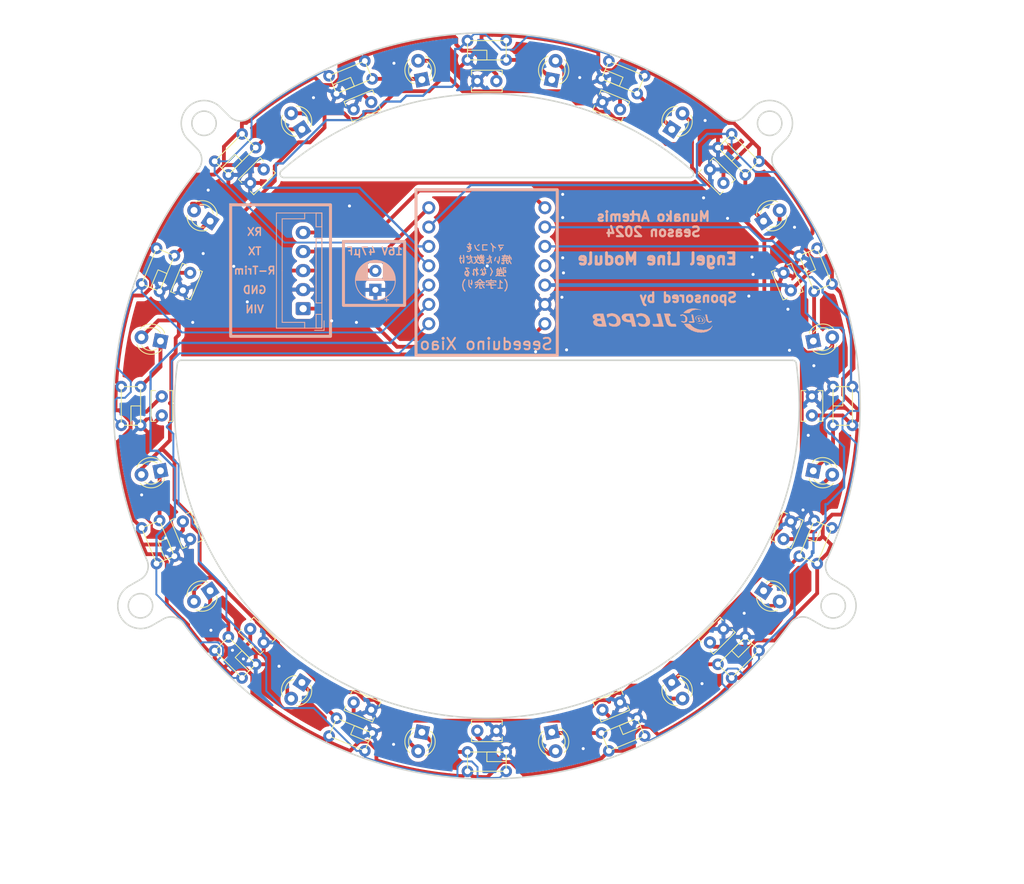
<source format=kicad_pcb>
(kicad_pcb (version 20211014) (generator pcbnew)
  (layers (0 "F.Cu" signal) (31 "B.Cu" signal) (34 "B.Paste" user) (35 "F.Paste" user) (36 "B.SilkS" user "B.Silkscreen") (37 "F.SilkS" user "F.Silkscreen") (38 "B.Mask" user) (39 "F.Mask" user) (44 "Edge.Cuts" user))
  (net 0 "")
  (net 1 "+3.3V")
  (net 2 "GND")
  (net 3 "R-Trim")
  (net 4 "Net-(D1-Pad1)")
  (net 5 "Net-(D2-Pad1)")
  (net 6 "Net-(D3-Pad1)")
  (net 7 "Net-(D4-Pad1)")
  (net 8 "Net-(D5-Pad1)")
  (net 9 "Net-(D6-Pad1)")
  (net 10 "Net-(D7-Pad1)")
  (net 11 "Net-(D8-Pad1)")
  (net 12 "Net-(D9-Pad1)")
  (net 13 "Net-(D10-Pad1)")
  (net 14 "Net-(D11-Pad1)")
  (net 15 "Net-(D12-Pad1)")
  (net 16 "Net-(D13-Pad1)")
  (net 17 "Net-(D14-Pad1)")
  (net 18 "Net-(D15-Pad1)")
  (net 19 "Net-(D16-Pad1)")
  (net 20 "+5V")
  (net 21 "TX")
  (net 22 "RX")
  (net 23 "D0")
  (net 24 "D1")
  (net 25 "D2")
  (net 26 "D3")
  (net 27 "D4")
  (net 28 "D5")
  (net 29 "D6")
  (net 30 "D7")
  (footprint "Line_Sensor:Line_Sensor" (layer "F.Cu") (at 152.4 144.505982 180)
    (fp_text reference "U1" hide)
    (fp_text value "Line_sennsor")
  )
  (footprint "Line_Sensor:Line_Sensor" (layer "F.Cu") (at 103.373409 71.132503 67.5)
    (fp_text reference "U6" hide)
    (fp_text value "Line_sennsor")
  )
  (footprint "LED_THT:LED_D3.0mm_Clear" (layer "F.Cu") (at 160.923103 134.288512 -78.75)
    (fp_text reference "D16" hide)
    (fp_text value "LED")
  )
  (footprint "LED_THT:LED_D3.0mm_Clear" (layer "F.Cu") (at 176.668964 55.118911 56.25)
    (fp_text reference "D10" hide)
    (fp_text value "LED")
  )
  (footprint "Line_Sensor:Line_Sensor" (layer "F.Cu") (at 201.426591 111.747461 -112.5)
    (fp_text reference "U14" hide)
    (fp_text value "Line_sennsor")
  )
  (footprint "Line_Sensor:Line_Sensor" (layer "F.Cu") (at 132.092521 140.466573 157.5)
    (fp_text reference "U2" hide)
    (fp_text value "Line_sennsor")
  )
  (footprint "Line_Sensor:Line_Sensor" (layer "F.Cu") (at 103.373409 111.747461 112.5)
    (fp_text reference "U4" hide)
    (fp_text value "Line_sennsor")
  )
  (footprint "Capacitor_THT:C_Disc_D3.8mm_W2.6mm_P2.50mm" (layer "F.Cu") (at 121.342469 120.729746 -45)
    (fp_text reference "C3" hide)
    (fp_text value "C_Small")
  )
  (footprint "Line_Sensor:Line_Sensor" (layer "F.Cu") (at 132.092521 42.413391 22.5)
    (fp_text reference "U8" hide)
    (fp_text value "Line_sennsor")
  )
  (footprint "LED_THT:LED_D3.0mm_Clear" (layer "F.Cu") (at 188.72523 115.711724 -33.75)
    (fp_text reference "D14" hide)
    (fp_text value "LED")
  )
  (footprint "Capacitor_THT:C_Disc_D3.8mm_W2.6mm_P2.50mm" (layer "F.Cu") (at 151.15 134.111964)
    (fp_text reference "C1" hide)
    (fp_text value "C_Small")
  )
  (footprint "LED_THT:LED_D3.0mm_Clear" (layer "F.Cu") (at 109.556375 99.962109 -168.75)
    (fp_text reference "D4" hide)
    (fp_text value "LED")
  )
  (footprint "Capacitor_THT:C_Disc_D3.8mm_W2.6mm_P2.50mm" (layer "F.Cu") (at 192.302125 76.264971 112.5)
    (fp_text reference "C13" hide)
    (fp_text value "C_Small")
  )
  (footprint "Line_Sensor:Line_Sensor" (layer "F.Cu") (at 114.876672 53.916654 45)
    (fp_text reference "U7" hide)
    (fp_text value "Line_sennsor")
  )
  (footprint "LED_THT:LED_D3.0mm_Clear" (layer "F.Cu") (at 128.128257 55.114753 123.75)
    (fp_text reference "D7" hide)
    (fp_text value "LED")
  )
  (footprint "Line_Sensor:Line_Sensor" (layer "F.Cu") (at 152.4 38.373982)
    (fp_text reference "U9" hide)
    (fp_text value "Line_sennsor")
  )
  (footprint "Line_Sensor:Line_Sensor" (layer "F.Cu") (at 189.923328 128.96331 -135)
    (fp_text reference "U15" hide)
    (fp_text value "Line_sennsor")
  )
  (footprint "Line_Sensor:Line_Sensor" (layer "F.Cu") (at 99.334 91.439982 90)
    (fp_text reference "U5" hide)
    (fp_text value "Line_sennsor")
  )
  (footprint "LED_THT:LED_D3.0mm_Clear" (layer "F.Cu") (at 143.876898 134.288512 -101.25)
    (fp_text reference "D1" hide)
    (fp_text value "LED")
  )
  (footprint "Capacitor_THT:C_Disc_D3.8mm_W2.6mm_P2.50mm" (layer "F.Cu") (at 123.110236 60.382451 -135)
    (fp_text reference "C7" hide)
    (fp_text value "C_Small")
  )
  (footprint "LED_THT:LED_D3.0mm_Clear" (layer "F.Cu") (at 195.24853 82.916879 11.25)
    (fp_text reference "D12" hide)
    (fp_text value "LED")
  )
  (footprint "LED_THT:LED_D3.0mm_Clear" (layer "F.Cu") (at 195.24853 99.963084 -11.25)
    (fp_text reference "D13" hide)
    (fp_text value "LED")
  )
  (footprint "Capacitor_THT:C_Disc_D3.8mm_W2.6mm_P2.50mm" (layer "F.Cu") (at 167.575011 131.342107 22.5)
    (fp_text reference "C9" hide)
    (fp_text value "C_Small")
  )
  (footprint "LED_THT:LED_D3.0mm_Clear" (layer "F.Cu") (at 116.078928 67.171017 146.25)
    (fp_text reference "D6" hide)
    (fp_text value "LED")
  )
  (footprint "LED_THT:LED_D3.0mm_Clear" (layer "F.Cu") (at 109.556375 82.917855 168.75)
    (fp_text reference "D5" hide)
    (fp_text value "LED")
  )
  (footprint "Line_Sensor:Line_Sensor" (layer "F.Cu") (at 172.707479 42.413391 -22.5)
    (fp_text reference "U10" hide)
    (fp_text value "Line_sennsor")
  )
  (footprint "LED_THT:LED_D3.0mm_Clear" (layer "F.Cu") (at 128.128258 127.765212 -123.75)
    (fp_text reference "D2" hide)
    (fp_text value "LED")
  )
  (footprint "Line_Sensor:Line_Sensor" (layer "F.Cu") (at 189.923328 53.916654 -45)
    (fp_text reference "U11" hide)
    (fp_text value "Line_sennsor")
  )
  (footprint "Line_Sensor:Line_Sensor" (layer "F.Cu") (at 172.707479 140.466573 -157.5)
    (fp_text reference "U16" hide)
    (fp_text value "Line_sennsor")
  )
  (footprint "LED_THT:LED_D3.0mm_Clear" (layer "F.Cu") (at 176.668964 127.761054 -56.25)
    (fp_text reference "D15" hide)
    (fp_text value "LED")
  )
  (footprint "Line_Sensor:Line_Sensor" (layer "F.Cu") (at 114.876672 128.96331 135)
    (fp_text reference "U3" hide)
    (fp_text value "Line_sennsor")
  )
  (footprint "Capacitor_THT:C_Disc_D3.8mm_W2.6mm_P2.50mm" (layer "F.Cu") (at 191.345416 108.924692 67.5)
    (fp_text reference "C15" hide)
    (fp_text value "C_Small")
  )
  (footprint "Capacitor_THT:C_Disc_D3.8mm_W2.6mm_P2.50mm" (layer "F.Cu") (at 181.689764 122.497513 45)
    (fp_text reference "C14" hide)
    (fp_text value "C_Small")
  )
  (footprint "Capacitor_THT:C_Disc_D3.8mm_W2.6mm_P2.50mm" (layer "F.Cu") (at 134.91529 130.385398 -22.5)
    (fp_text reference "C2" hide)
    (fp_text value "C_Small")
  )
  (footprint "Capacitor_THT:C_Disc_D3.8mm_W2.6mm_P2.50mm" (layer "F.Cu") (at 153.65 48.768 180)
    (fp_text reference "C10" hide)
    (fp_text value "C_Small")
  )
  (footprint "LED_THT:LED_D3.0mm_Clear" (layer "F.Cu") (at 160.922127 48.596357 78.75)
    (fp_text reference "D9" hide)
    (fp_text value "LED")
  )
  (footprint "Line_Sensor:Line_Sensor" (layer "F.Cu") (at 201.426591 71.132503 -67.5)
    (fp_text reference "U12" hide)
    (fp_text value "Line_sennsor")
  )
  (footprint "Line_Sensor:Line_Sensor" (layer "F.Cu") (at 205.466 91.439982 -90)
    (fp_text reference "U13" hide)
    (fp_text value "Line_sennsor")
  )
  (footprint "Capacitor_THT:C_Disc_D3.8mm_W2.6mm_P2.50mm" (layer "F.Cu") (at 195.071982 92.689982 90)
    (fp_text reference "C16" hide)
    (fp_text value "C_Small")
  )
  (footprint "LED_THT:LED_D3.0mm_Clear" (layer "F.Cu") (at 188.725229 67.168239 33.75)
    (fp_text reference "D11" hide)
    (fp_text value "LED")
  )
  (footprint "Capacitor_THT:C_Disc_D3.8mm_W2.6mm_P2.50mm" (layer "F.Cu") (at 112.497875 106.614993 -67.5)
    (fp_text reference "C4" hide)
    (fp_text value "C_Small")
  )
  (footprint "Capacitor_THT:C_Disc_D3.8mm_W2.6mm_P2.50mm" (layer "F.Cu") (at 169.88471 52.494566 157.5)
    (fp_text reference "C11" hide)
    (fp_text value "C_Small")
  )
  (footprint "Capacitor_THT:C_Disc_D3.8mm_W2.6mm_P2.50mm" (layer "F.Cu") (at 183.457531 62.150218 135)
    (fp_text reference "C12" hide)
    (fp_text value "C_Small")
  )
  (footprint "Capacitor_THT:C_Disc_D3.8mm_W2.6mm_P2.50mm" (layer "F.Cu") (at 113.454584 73.955272 -112.5)
    (fp_text reference "C6" hide)
    (fp_text value "C_Small")
  )
  (footprint "LED_THT:LED_D3.0mm_Clear" (layer "F.Cu") (at 143.876897 48.591452 101.25)
    (fp_text reference "D8" hide)
    (fp_text value "LED")
  )
  (footprint "LED_THT:LED_D3.0mm_Clear" (layer "F.Cu") (at 116.074771 115.711725 -146.25)
    (fp_text reference "D3" hide)
    (fp_text value "LED")
  )
  (footprint "Capacitor_THT:C_Disc_D3.8mm_W2.6mm_P2.50mm" (layer "F.Cu") (at 109.728018 90.189982 -90)
    (fp_text reference "C5" hide)
    (fp_text value "C_Small")
  )
  (footprint "Capacitor_THT:C_Disc_D3.8mm_W2.6mm_P2.50mm" (layer "F.Cu") (at 137.224989 51.537857 -157.5)
    (fp_text reference "C8" hide)
    (fp_text value "C_Small")
  )
  (footprint "Seeeduino_Xiao:seeeduinoXIAO" (layer "B.Cu") (at 152.4 73.025 180)
    (fp_text reference "U17" hide)
    (fp_text value "SeeeduinoXIAO" hide)
  )
  (footprint "_Others:JLCPCB" (layer "B.Cu") (at 174.244 80.264 180)
    (fp_text reference "G***" hide)
    (fp_text value "LOGO" hide)
  )
  (footprint "Capacitor_THT:CP_Radial_D5.0mm_P2.50mm" (layer "B.Cu") (at 137.7696 76.191826 90)
    (fp_text reference "C17" hide)
    (fp_text value "C" hide)
  )
  (footprint "Connector_JST:JST_XH_B5B-XH-A_1x05_P2.50mm_Vertical" (layer "B.Cu") (at 128.287 78.66 90)
    (fp_text reference "J1" hide)
    (fp_text value "Conn_01x05_Female" hide)
  )
  (gr_rect (start 161.6456 63.0428) (end 143.1036 84.7852) (layer "B.SilkS") (width 0.4) (fill none))
  (gr_rect (start 131.8768 65.024) (end 118.7704 82.296) (layer "B.SilkS") (width 0.4) (fill none))
  (gr_rect (start 141.605 69.85) (end 133.5786 78.232) (layer "B.SilkS") (width 0.4) (fill none))
  (gr_line (start 106.945485 114.219043) (end 105.433666 115.091906) (layer "Edge.Cuts") (width 0.2))
  (gr_arc (start 199.366352 115.091916) (mid 200.464408 119.189983) (end 196.366352 120.288069) (layer "Edge.Cuts") (width 0.2))
  (gr_arc (start 187.401801 52.195541) (mid 191.64442 52.195562) (end 191.644441 56.438181) (layer "Edge.Cuts") (width 0.2))
  (gr_arc (start 192.524805 85.439982) (mid 192.853473 85.563188) (end 193.020173 85.872081) (layer "Edge.Cuts") (width 0.2))
  (gr_arc (start 114.389965 57.672605) (mid 114.973332 58.988658) (end 114.521791 60.35556) (layer "Edge.Cuts") (width 0.2))
  (gr_arc (start 197.854515 114.219043) (mid 196.950384 113.098821) (end 197.032781 111.661626) (layer "Edge.Cuts") (width 0.2))
  (gr_arc (start 190.278209 60.35556) (mid 200.980798 85.044199) (end 197.032781 111.661626) (layer "Edge.Cuts") (width 0.2))
  (gr_circle (center 189.523106 54.316876) (end 191.123106 54.316876) (layer "Edge.Cuts") (width 0.2) (fill none))
  (gr_circle (center 115.276894 54.316876) (end 116.876894 54.316876) (layer "Edge.Cuts") (width 0.2) (fill none))
  (gr_arc (start 111.779827 85.872081) (mid 111.946524 85.563186) (end 112.275195 85.439982) (layer "Edge.Cuts") (width 0.2))
  (gr_circle (center 106.933666 117.689982) (end 108.533666 117.689982) (layer "Edge.Cuts") (width 0.2) (fill none))
  (gr_line (start 187.401801 52.195541) (end 186.167377 53.429947) (layer "Edge.Cuts") (width 0.2))
  (gr_line (start 113.155559 56.438181) (end 114.389965 57.672605) (layer "Edge.Cuts") (width 0.2))
  (gr_arc (start 107.767219 111.661626) (mid 103.819202 85.044198) (end 114.521791 60.35556) (layer "Edge.Cuts") (width 0.2))
  (gr_line (start 194.854503 119.415216) (end 196.366352 120.288069) (layer "Edge.Cuts") (width 0.2))
  (gr_arc (start 192.228848 119.982282) (mid 152.4 140.439982) (end 112.571152 119.982282) (layer "Edge.Cuts") (width 0.2))
  (gr_line (start 112.275195 85.439982) (end 192.524805 85.439982) (layer "Edge.Cuts") (width 0.2))
  (gr_arc (start 121.315578 53.561773) (mid 119.948675 54.013314) (end 118.632623 53.429947) (layer "Edge.Cuts") (width 0.2))
  (gr_arc (start 121.315578 53.561773) (mid 152.4 42.439982) (end 183.484422 53.561773) (layer "Edge.Cuts") (width 0.2))
  (gr_arc (start 190.278209 60.35556) (mid 189.826671 58.988659) (end 190.410035 57.672605) (layer "Edge.Cuts") (width 0.2))
  (gr_arc (start 192.228848 119.982282) (mid 193.432306 119.19236) (end 194.854503 119.415216) (layer "Edge.Cuts") (width 0.2))
  (gr_circle (center 197.866334 117.689982) (end 199.466334 117.689982) (layer "Edge.Cuts") (width 0.2) (fill none))
  (gr_arc (start 109.945497 119.415216) (mid 111.367693 119.192347) (end 112.571152 119.982282) (layer "Edge.Cuts") (width 0.2))
  (gr_arc (start 125.425215 60.563438) (mid 152.4 50.439982) (end 179.374785 60.563438) (layer "Edge.Cuts") (width 0.2))
  (gr_arc (start 108.433648 120.288069) (mid 104.335586 119.189973) (end 105.433666 115.091906) (layer "Edge.Cuts") (width 0.2))
  (gr_line (start 108.433648 120.288069) (end 109.945497 119.415216) (layer "Edge.Cuts") (width 0.2))
  (gr_line (start 190.410035 57.672605) (end 191.644441 56.438181) (layer "Edge.Cuts") (width 0.2))
  (gr_arc (start 107.767219 111.661626) (mid 107.849594 113.09882) (end 106.945485 114.219043) (layer "Edge.Cuts") (width 0.2))
  (gr_line (start 118.632623 53.429947) (end 117.398199 52.195541) (layer "Edge.Cuts") (width 0.2))
  (gr_arc (start 193.020173 85.872081) (mid 152.4 132.439982) (end 111.779827 85.872081) (layer "Edge.Cuts") (width 0.2))
  (gr_arc (start 113.155559 56.438181) (mid 113.155574 52.195556) (end 117.398199 52.195541) (layer "Edge.Cuts") (width 0.2))
  (gr_line (start 125.754175 61.439982) (end 179.045825 61.439982) (layer "Edge.Cuts") (width 0.2))
  (gr_arc (start 179.374785 60.563438) (mid 179.513936 61.115666) (end 179.045825 61.439982) (layer "Edge.Cuts") (width 0.2))
  (gr_line (start 199.366352 115.091916) (end 197.854515 114.219043) (layer "Edge.Cuts") (width 0.2))
  (gr_arc (start 186.167377 53.429947) (mid 184.85133 54.013284) (end 183.484422 53.561773) (layer "Edge.Cuts") (width 0.2))
  (gr_arc (start 125.754175 61.439982) (mid 125.286056 61.115663) (end 125.425215 60.563438) (layer "Edge.Cuts") (width 0.2))
  (gr_text "TX" (at 121.92 71.12) (layer "B.SilkS") (effects (font (size 1 1) (thickness 0.2)) (justify mirror)))
  (gr_text "GND" (at 121.92 76.2) (layer "B.SilkS") (effects (font (size 1 1) (thickness 0.2)) (justify mirror)))
  (gr_text "RX" (at 121.92 68.58) (layer "B.SilkS") (effects (font (size 1 1) (thickness 0.2)) (justify mirror)))
  (gr_text "Engel Line Module" (at 174.752 72.136) (layer "B.SilkS") (effects (font (size 1.5 1.5) (thickness 0.375)) (justify mirror)))
  (gr_text "Seeeduino Xiao" (at 152.2984 83.312) (layer "B.SilkS") (effects (font (size 1.5 1.5) (thickness 0.25)) (justify mirror)))
  (gr_text "R-Trim" (at 121.92 73.66) (layer "B.SilkS") (effects (font (size 1 1) (thickness 0.2)) (justify mirror)))
  (gr_text "Sponsored by" (at 178.816 77.216) (layer "B.SilkS") (effects (font (size 1.25 1.25) (thickness 0.3)) (justify mirror)))
  (gr_text "Munako Artemis\nSeason 2024" (at 174.244 67.564) (layer "B.SilkS") (effects (font (size 1.25 1.25) (thickness 0.3)) (justify mirror)))
  (gr_text "16V 47μF" (at 137.668 71.12) (layer "B.SilkS") (effects (font (size 1 1) (thickness 0.2)) (justify mirror)))
  (gr_text "VIN" (at 121.92 78.74) (layer "B.SilkS") (effects (font (size 1 1) (thickness 0.2)) (justify mirror)))
  (gr_text "マイコンを\n焼いた数だけ\n強くなれる\n(1字余り)" (at 152.146 73.1012) (layer "B.SilkS") (effects (font (size 1 1)) (justify mirror)))
  (segment (start 105.108403 79.615386) (end 105.464939 78.271221) (width 0.5) (layer "F.Cu") (net 1))
  (segment (start 183.737779 54.033053) (end 184.044769 54.160208) (width 0.5) (layer "F.Cu") (net 1))
  (segment (start 170.157562 46.047238) (end 170.777617 46.289329) (width 0.5) (layer "F.Cu") (net 1))
  (segment (start 169.88471 48.312573) (end 169.88471 52.494566) (width 0.5) (layer "F.Cu") (net 1))
  (segment (start 103.931091 96.176918) (end 105.626 94.482009) (width 0.5) (layer "F.Cu") (net 1))
  (segment (start 179.398913 50.85209) (end 180.549874 51.641705) (width 0.5) (layer "F.Cu") (net 1))
  (segment (start 172.608074 133.589249) (end 171.699308 134.498015) (width 0.5) (layer "F.Cu") (net 1))
  (segment (start 116.635507 61.056051) (end 117.884723 59.806835) (width 0.5) (layer "F.Cu") (net 1))
  (segment (start 161.420445 43.534348) (end 162.78826 43.812235) (width 0.5) (layer "F.Cu") (net 1))
  (segment (start 201.14411 92.01233) (end 201.111807 93.254175) (width 0.5) (layer "F.Cu") (net 1))
  (segment (start 118.743511 126.704145) (end 117.743439 125.721804) (width 0.5) (layer "F.Cu") (net 1))
  (segment (start 150.584414 140.150396) (end 149.86 139.425982) (width 0.5) (layer "F.Cu") (net 1))
  (segment (start 151.702105 43.674695) (end 151.702105 42.697483) (width 0.5) (layer "F.Cu") (net 1))
  (segment (start 125.297796 131.959002) (end 124.143958 131.16298) (width 0.5) (layer "F.Cu") (net 1))
  (segment (start 182.892758 129.473022) (end 181.786564 130.334072) (width 0.5) (layer "F.Cu") (net 1))
  (segment (start 107.177277 109.639471) (end 106.676547 108.342112) (width 0.5) (layer "F.Cu") (net 1))
  (segment (start 121.342469 120.729746) (end 121.342469 122.395931) (width 0.5) (layer "F.Cu") (net 1))
  (segment (start 184.044769 54.160208) (end 184.15282 54.268259) (width 0.5) (layer "F.Cu") (net 1))
  (segment (start 120.2436 54.259627) (end 120.835696 54.259627) (width 0.5) (layer "F.Cu") (net 1))
  (segment (start 195.138553 68.748153) (end 194.2592 69.627506) (width 0.5) (layer "F.Cu") (net 1))
  (segment (start 109.661436 67.993632) (end 110.347607 66.7841) (width 0.5) (layer "F.Cu") (net 1))
  (segment (start 154.437973 138.213982) (end 152.469495 140.18246) (width 0.5) (layer "F.Cu") (net 1))
  (segment (start 149.206659 140.079323) (end 148.898391 140.061573) (width 0.5) (layer "F.Cu") (net 1))
  (segment (start 181.689764 122.497513) (end 182.26538 123.073129) (width 0.5) (layer "F.Cu") (net 1))
  (segment (start 110.347607 66.7841) (end 111.068036 65.594577) (width 0.5) (layer "F.Cu") (net 1))
  (segment (start 168.91882 47.346683) (end 169.88471 48.312573) (width 0.5) (layer "F.Cu") (net 1))
  (segment (start 179.502204 131.959002) (end 178.325924 132.721539) (width 0.5) (layer "F.Cu") (net 1))
  (segment (start 131.689899 134.801249) (end 131.171726 135.319422) (width 0.5) (layer "F.Cu") (net 1))
  (segment (start 136.885234 135.533281) (end 135.661084 135.533281) (width 0.5) (layer "F.Cu") (net 1))
  (segment (start 200.567694 98.935918) (end 200.334283 100.306797) (width 0.5) (layer "F.Cu") (net 1))
  (segment (start 116.672723 123.575156) (end 115.74639 123.575156) (width 0.5) (layer "F.Cu") (net 1))
  (segment (start 120.766853 125.955259) (end 119.492397 125.955259) (width 0.5) (layer "F.Cu") (net 1))
  (segment (start 201.03215 94.79107) (end 200.916772 96.176918) (width 0.5) (layer "F.Cu") (net 1))
  (segment (start 200.334283 100.306797) (end 200.061852 101.670511) (width 0.5) (layer "F.Cu") (net 1))
  (segment (start 154.94 43.002504) (end 154.94 43.453982) (width 0.5) (layer "F.Cu") (net 1))
  (segment (start 149.175982 44.781982) (end 150.362027 44.781982) (width 0.5) (layer "F.Cu") (net 1))
  (segment (start 195.071982 92.689982) (end 199.096 92.689982) (width 0.5) (layer "F.Cu") (net 1))
  (segment (start 167.0304 46.6344) (end 167.665337 47.269337) (width 0.5) (layer "F.Cu") (net 1))
  (segment (start 109.232568 73.955272) (end 113.454584 73.955272) (width 0.5) (layer "F.Cu") (net 1))
  (segment (start 133.946701 136.55978) (end 132.656981 136.01053) (width 0.5) (layer "F.Cu") (net 1))
  (segment (start 109.512972 110.910295) (end 107.709895 110.910295) (width 0.5) (layer "F.Cu") (net 1))
  (segment (start 199.174 90.0048) (end 201.144015 91.974815) (width 0.5) (layer "F.Cu") (net 1))
  (segment (start 197.705299 73.45919) (end 197.705299 75.423189) (width 0.5) (layer "F.Cu") (net 1))
  (segment (start 167.914766 47.346683) (end 168.91882 47.346683) (width 0.5) (layer "F.Cu") (net 1))
  (segment (start 113.188472 120.201474) (end 112.448443 119.461445) (width 0.5) (layer "F.Cu") (net 1))
  (segment (start 112.497875 106.614993) (end 112.497875 107.770925) (width 0.5) (layer "F.Cu") (net 1))
  (segment (start 191.371411 62.15611) (end 192.190856 63.279659) (width 0.5) (layer "F.Cu") (net 1))
  (segment (start 109.038733 70.729881) (end 108.520906 70.212054) (width 0.5) (layer "F.Cu") (net 1))
  (segment (start 120.2436 55.691479) (end 120.2436 54.259627) (width 0.5) (layer "F.Cu") (net 1))
  (segment (start 186.915277 123.073129) (end 187.742328 122.246078) (width 0.5) (layer "F.Cu") (net 1))
  (segment (start 167.83742 47.269337) (end 167.914766 47.346683) (width 0.5) (layer "F.Cu") (net 1))
  (segment (start 108.520906 70.212054) (end 109.010033 69.222266) (width 0.5) (layer "F.Cu") (net 1))
  (segment (start 132.656981 136.01053) (end 131.689899 135.565407) (width 0.5) (layer "F.Cu") (net 1))
  (segment (start 119.492397 125.955259) (end 118.743511 126.704145) (width 0.5) (layer "F.Cu") (net 1))
  (segment (start 128.982818 48.685406) (end 129.786617 48.26) (width 0.5) (layer "F.Cu") (net 1))
  (segment (start 174.583492 48.032483) (end 175.817182 48.685406) (width 0.5) (layer "F.Cu") (net 1))
  (segment (start 121.907242 129.473022) (end 121.6152 129.2319) (width 0.5) (layer "F.Cu") (net 1))
  (segment (start 186.915277 125.758723) (end 186.915277 123.073129) (width 0.5) (layer "F.Cu") (net 1))
  (segment (start 142.01174 43.812235) (end 143.379555 43.534348) (width 0.5) (layer "F.Cu") (net 1))
  (segment (start 168.91882 47.346683) (end 169.628793 46.63671) (width 0.5) (layer "F.Cu") (net 1))
  (segment (start 113.188472 120.401632) (end 113.188472 120.201474) (width 0.5) (layer "F.Cu") (net 1))
  (segment (start 167.0304 44.942388) (end 167.0304 46.6344) (width 0.5) (layer "F.Cu") (net 1))
  (segment (start 194.2592 69.627506) (end 194.2592 70.832457) (width 0.5) (layer "F.Cu") (net 1))
  (segment (start 146.136249 43.096589) (end 147.522835 42.93708) (width 0.5) (layer "F.Cu") (net 1))
  (segment (start 140.602512 138.738393) (end 139.247352 138.379606) (width 0.5) (layer "F.Cu") (net 1))
  (segment (start 148.3868 43.18) (end 148.3868 43.9928) (width 0.5) (layer "F.Cu") (net 1))
  (segment (start 162.832653 139.058048) (end 161.459102 139.338345) (width 0.5) (layer "F.Cu") (net 1))
  (segment (start 133.0452 46.703475) (end 134.022383 46.289329) (width 0.5) (layer "F.Cu") (net 1))
  (segment (start 122.018048 53.318389) (end 123.122278 52.463923) (width 0.5) (layer "F.Cu") (net 1))
  (segment (start 190.519991 61.056056) (end 191.371411 62.15611) (width 0.5) (layer "F.Cu") (net 1))
  (segment (start 158.663751 43.096589) (end 160.045232 43.295734) (width 0.5) (layer "F.Cu") (net 1))
  (segment (start 184.15282 54.268259) (end 184.804755 54.268259) (width 0.5) (layer "F.Cu") (net 1))
  (segment (start 196.114954 108.924692) (end 196.493299 108.546347) (width 0.5) (layer "F.Cu") (net 1))
  (segment (start 134.022383 46.289329) (end 135.322574 45.781688) (width 0.5) (layer "F.Cu") (net 1))
  (segment (start 136.383207 45.402202) (end 136.636747 45.311487) (width 0.5) (layer "F.Cu") (net 1))
  (segment (start 184.535174 127.167259) (end 185.506741 127.167259) (width 0.5) (layer "F.Cu") (net 1))
  (segment (start 103.659395 90.621719) (end 103.702567 89.23177) (width 0.5) (layer "F.Cu") (net 1))
  (segment (start 194.45239 66.784102) (end 195.138553 67.993619) (width 0.5) (layer "F.Cu") (net 1))
  (segment (start 107.716 92.202) (end 104.350045 92.202) (width 0.5) (layer "F.Cu") (net 1))
  (segment (start 192.977941 64.426158) (end 193.731961 65.594578) (width 0.5) (layer "F.Cu") (net 1))
  (segment (start 168.416793 136.745281) (end 167.317852 137.844222) (width 0.5) (layer "F.Cu") (net 1))
  (segment (start 103.761292 88.247274) (end 103.785373 87.843572) (width 0.5) (layer "F.Cu") (net 1))
  (segment (start 104.414 88.899982) (end 103.761292 88.247274) (width 0.5) (layer "F.Cu") (net 1))
  (segment (start 200.386 93.979982) (end 201.040688 94.63467) (width 0.5) (layer "F.Cu") (net 1))
  (segment (start 134.91529 134.787487) (end 135.661084 135.533281) (width 0.5) (layer "F.Cu") (net 1))
  (segment (start 199.012897 105.707202) (end 197.740845 105.707202) (width 0.5) (layer "F.Cu") (net 1))
  (segment (start 200.916772 96.176918) (end 200.761913 97.558899) (width 0.5) (layer "F.Cu") (net 1))
  (segment (start 133.0452 48.437441) (end 134.124573 48.437441) (width 0.5) (layer "F.Cu") (net 1))
  (segment (start 109.010033 69.222266) (end 109.661436 67.993632) (width 0.5) (layer "F.Cu") (net 1))
  (segment (start 158.690803 139.779885) (end 157.298239 139.940782) (width 0.5) (layer "F.Cu") (net 1))
  (segment (start 125.401087 50.85209) (end 126.57415 50.095772) (width 0.5) (layer "F.Cu") (net 1))
  (segment (start 200.061852 101.670511) (end 199.750642 103.025862) (width 0.5) (layer "F.Cu") (net 1))
  (segment (start 121.6152 129.2319) (end 121.6152 126.803606) (width 0.5) (layer "F.Cu") (net 1))
  (segment (start 191.345416 108.924692) (end 196.114954 108.924692) (width 0.5) (layer "F.Cu") (net 1))
  (segment (start 136.383207 46.134683) (end 136.383207 45.402202) (width 0.5) (layer "F.Cu") (net 1))
  (segment (start 169.628793 46.576007) (end 170.157562 46.047238) (width 0.5) (layer "F.Cu") (net 1))
  (segment (start 104.038084 97.5589) (end 103.883225 96.176918) (width 0.5) (layer "F.Cu") (net 1))
  (segment (start 104.738145 101.670511) (end 104.465714 100.306797) (width 0.5) (layer "F.Cu") (net 1))
  (segment (start 131.689899 135.565407) (end 131.689899 134.801249) (width 0.5) (layer "F.Cu") (net 1))
  (segment (start 151.699109 140.18246) (end 150.584414 140.150396) (width 0.5) (layer "F.Cu") (net 1))
  (segment (start 197.154348 110.757002) (end 195.761267 112.150083) (width 0.5) (layer "F.Cu") (net 1))
  (segment (start 111.068036 65.594577) (end 111.822056 64.426157) (width 0.5) (layer "F.Cu") (net 1))
  (segment (start 183.457531 60.636469) (end 187.315248 56.778752) (width 0.5) (layer "F.Cu") (net 1))
  (segment (start 187.742328 122.246078) (end 190.173922 122.246078) (width 0.5) (layer "F.Cu") (net 1))
  (segment (start 199.691594 79.615387) (end 200.009634 80.969133) (width 0.5) (layer "F.Cu") (net 1))
  (segment (start 104.160375 92.01233) (end 103.655887 92.01233) (width 0.5) (layer "F.Cu") (net 1))
  (segment (start 147.522835 42.93708) (end 148.094641 42.887841) (width 0.5) (layer "F.Cu") (net 1))
  (segment (start 104.069566 85.077176) (end 104.270731 83.701146) (width 0.5) (layer "F.Cu") (net 1))
  (segment (start 105.464939 78.271221) (end 105.85967 76.937783) (width 0.5) (layer "F.Cu") (net 1))
  (segment (start 200.009634 80.969133) (end 200.28894 82.331449) (width 0.5) (layer "F.Cu") (net 1))
  (segment (start 193.731961 65.594578) (end 194.45239 66.784102) (width 0.5) (layer "F.Cu") (net 1))
  (segment (start 106.554523 107.996953) (end 107.094701 107.456775) (width 0.5) (layer "F.Cu") (net 1))
  (segment (start 197.612 109.665048) (end 197.154348 110.757002) (width 0.5) (layer "F.Cu") (net 1))
  (segment (start 190.145887 60.596866) (end 190.519991 61.056056) (width 0.5) (layer "F.Cu") (net 1))
  (segment (start 200.529266 86.490734) (end 199.174 87.846) (width 0.5) (layer "F.Cu") (net 1))
  (segment (start 175.91003 134.1436) (end 174.918957 134.6708) (width 0.5) (layer "F.Cu") (net 1))
  (segment (start 194.626613 71.538213) (end 195.2752 72.1868) (width 0.5) (layer "F.Cu") (net 1))
  (segment (start 174.918957 134.6708) (end 173.837406 133.589249) (width 0.5) (layer "F.Cu") (net 1))
  (segment (start 157.277165 42.93708) (end 158.663751 43.096589) (width 0.5) (layer "F.Cu") (net 1))
  (segment (start 148.3868 43.9928) (end 149.175982 44.781982) (width 0.5) (layer "F.Cu") (net 1))
  (segment (start 164.147542 44.129164) (end 165.497235 44.48489) (width 0.5) (layer "F.Cu") (net 1))
  (segment (start 146.109197 139.779885) (end 144.721869 139.579018) (width 0.5) (layer "F.Cu") (net 1))
  (segment (start 143.340898 139.338345) (end 141.967347 139.058048) (width 0.5) (layer "F.Cu") (net 1))
  (segment (start 110.629329 109.639471) (end 107.177277 109.639471) (width 0.5) (layer "F.Cu") (net 1))
  (segment (start 116.672723 124.601658) (end 116.672723 123.575156) (width 0.5) (layer "F.Cu") (net 1))
  (segment (start 153.097895 42.697483) (end 154.493047 42.737442) (width 0.5) (layer "F.Cu") (net 1))
  (segment (start 171.699308 136.199492) (end 170.853299 136.55978) (width 0.5) (layer "F.Cu") (net 1))
  (segment (start 116.772062 124.711148) (end 116.672723 124.601658) (width 0.5) (layer "F.Cu") (net 1))
  (segment (start 165.552648 138.379606) (end 164.197488 138.738393) (width 0.5) (layer "F.Cu") (net 1))
  (segment (start 172.062702 46.833969) (end 173.110101 47.313695) (width 0.5) (layer "F.Cu") (net 1))
  (segment (start 197.530342 73.012607) (end 197.705299 73.45919) (width 0.5) (layer "F.Cu") (net 1))
  (segment (start 123.122278 52.463923) (end 124.250126 51.641705) (width 0.5) (layer "F.Cu") (net 1))
  (segment (start 151.702105 42.697483) (end 153.097895 42.697483) (width 0.5) (layer "F.Cu") (net 1))
  (segment (start 128.88997 134.1436) (end 127.671777 133.449927) (width 0.5) (layer "F.Cu") (net 1))
  (segment (start 201.111807 93.254175) (end 200.386 93.979982) (width 0.5) (layer "F.Cu") (net 1))
  (segment (start 197.740845 105.707202) (end 196.493299 106.954748) (width 0.5) (layer "F.Cu") (net 1))
  (segment (start 173.837406 133.589249) (end 172.608074 133.589249) (width 0.5) (layer "F.Cu") (net 1))
  (segment (start 185.506741 127.167259) (end 186.915277 125.758723) (width 0.5) (layer "F.Cu") (net 1))
  (segment (start 124.143958 131.16298) (end 123.013436 130.334072) (width 0.5) (layer "F.Cu") (net 1))
  (segment (start 199.096 92.689982) (end 200.386 93.979982) (width 0.5) (layer "F.Cu") (net 1))
  (segment (start 129.786617 48.26) (end 130.817332 49.290715) (width 0.5) (layer "F.Cu") (net 1))
  (segment (start 104.350045 92.202) (end 104.160375 92.01233) (width 0.5) (layer "F.Cu") (net 1))
  (segment (start 121.342469 122.395931) (end 118.016596 125.721804) (width 0.5) (layer "F.Cu") (net 1))
  (segment (start 104.790363 80.969132) (end 105.108403 79.615386) (width 0.5) (layer "F.Cu") (net 1))
  (segment (start 190.173922 122.246078) (end 190.76227 121.517494) (width 0.5) (layer "F.Cu") (net 1))
  (segment (start 133.0452 48.437441) (end 133.0452 46.703475) (width 0.5) (layer "F.Cu") (net 1))
  (segment (start 103.655887 92.01233) (end 103.659395 90.621719) (width 0.5) (layer "F.Cu") (net 1))
  (segment (start 192.190856 63.279659) (end 192.977941 64.426158) (width 0.5) (layer "F.Cu") (net 1))
  (segment (start 114.918418 122.608099) (end 114.03773 121.517494) (width 0.5) (layer "F.Cu") (net 1))
  (segment (start 196.532298 72.1868) (end 196.986336 71.732762) (width 0.5) (layer "F.Cu") (net 1))
  (segment (start 103.883225 96.176918) (end 103.931091 96.176918) (width 0.5) (layer "F.Cu") (net 1))
  (segment (start 105.85967 76.937783) (end 107.294134 76.937783) (width 0.5) (layer "F.Cu") (net 1))
  (segment (start 105.7871 105.707203) (end 105.399096 104.371768) (width 0.5) (layer "F.Cu") (net 1))
  (segment (start 201.040688 94.63467) (end 201.03215 94.79107) (width 0.5) (layer "F.Cu") (net 1))
  (segment (start 170.380441 136.745281) (end 168.416793 136.745281) (width 0.5) (layer "F.Cu") (net 1))
  (segment (start 199.174 87.846) (end 199.174 90.0048) (width 0.5) (layer "F.Cu") (net 1))
  (segment (start 118.016596 125.721804) (end 117.743439 125.721804) (width 0.5) (layer "F.Cu") (net 1))
  (segment (start 141.967347 139.058048) (end 140.602512 138.738393) (width 0.5) (layer "F.Cu") (net 1))
  (segment (start 134.124573 48.437441) (end 137.224989 51.537857) (width 0.5) (layer "F.Cu") (net 1))
  (segment (start 114.03773 121.517494) (end 113.188472 120.401632) (width 0.5) (layer "F.Cu") (net 1))
  (segment (start 173.110101 48.078715) (end 173.627672 47.561144) (width 0.5) (layer "F.Cu") (net 1))
  (segment (start 105.399096 104.371768) (end 105.049356 103.025863) (width 0.5) (layer "F.Cu") (net 1))
  (segment (start 120.835696 54.259627) (end 121.062237 54.033086) (width 0.5) (layer "F.Cu") (net 1))
  (segment (start 121.556883 53.694097) (end 122.018048 53.318389) (width 0.5) (layer "F.Cu") (net 1))
  (segment (start 183.496616 54.033053) (end 183.737779 54.033053) (width 0.5) (layer "F.Cu") (net 1))
  (segment (start 126.57415 50.095772) (end 127.768414 49.373329) (width 0.5) (layer "F.Cu") (net 1))
  (segment (start 181.786564 130.334072) (end 180.656042 131.16298) (width 0.5) (layer "F.Cu") (net 1))
  (segment (start 119.554853 55.712705) (end 120.264826 55.712705) (width 0.5) (layer "F.Cu") (net 1))
  (segment (start 169.628793 46.63671) (end 169.628793 46.576007) (width 0.5) (layer "F.Cu") (net 1))
  (segment (start 188.127277 57.590781) (end 188.127277 59.304808) (width 0.5) (layer "F.Cu") (net 1))
  (segment (start 200.529266 83.701146) (end 200.529266 86.490734) (width 0.5) (layer "F.Cu") (net 1))
  (segment (start 191.961517 119.851525) (end 195.761267 116.051775) (width 0.5) (layer "F.Cu") (net 1))
  (segment (start 103.722358 88.899982) (end 104.414 88.899982) (width 0.5) (layer "F.Cu") (net 1))
  (segment (start 188.853829 59.304808) (end 190.145887 60.596866) (width 0.5) (layer "F.Cu") (net 1))
  (segment (start 105.996762 106.358836) (end 105.7871 105.707203) (width 0.5) (layer "F.Cu") (net 1))
  (segment (start 110.3884 117.443112) (end 110.3884 111.895107) (width 0.5) (layer "F.Cu") (net 1))
  (segment (start 166.896889 137.982014) (end 165.552648 138.379606) (width 0.5) (layer "F.Cu") (net 1))
  (segment (start 200.761913 97.558899) (end 200.567694 98.935918) (width 0.5) (layer "F.Cu") (net 1))
  (segment (start 111.822056 64.426157) (end 112.609142 63.279658) (width 0.5) (layer "F.Cu") (net 1))
  (segment (start 137.963842 44.879102) (end 139.302765 44.48489) (width 0.5) (layer "F.Cu") (net 1))
  (segment (start 151.15 134.111964) (end 151.15 134.926009) (width 0.5) (layer "F.Cu") (net 1))
  (segment (start 144.721869 139.579018) (end 143.340898 139.338345) (width 0.5) (layer "F.Cu") (net 1))
  (segment (start 164.197488 138.738393) (end 162.832653 139.058048) (width 0.5) (layer "F.Cu") (net 1))
  (segment (start 154.94 43.453982) (end 154.94 42.817329) (width 0.5) (layer "F.Cu") (net 1))
  (segment (start 107.294134 76.937783) (end 108.306701 75.925216) (width 0.5) (layer "F.Cu") (net 1))
  (segment (start 112.448443 119.461445) (end 112.269215 119.323927) (width 0.5) (layer "F.Cu") (net 1))
  (segment (start 148.094641 42.887841) (end 148.3868 43.18) (width 0.5) (layer "F.Cu") (net 1))
  (segment (start 113.428587 62.156109) (end 114.280011 61.056051) (width 0.5) (layer "F.Cu") (net 1))
  (segment (start 161.459102 139.338345) (end 160.078131 139.579018) (width 0.5) (layer "F.Cu") (net 1))
  (segment (start 160.045232 43.295734) (end 161.420445 43.534348) (width 0.5) (layer "F.Cu") (net 1))
  (segment (start 134.440765 136.7536) (end 133.946701 136.55978) (width 0.5) (layer "F.Cu") (net 1))
  (segment (start 137.903111 136.551158) (end 136.885234 135.533281) (width 0.5) (layer "F.Cu") (net 1))
  (segment (start 197.705299 75.423189) (end 198.804289 76.522179) (width 0.5) (layer "F.Cu") (net 1))
  (segment (start 104.465714 100.306797) (end 104.232303 98.935919) (width 0.5) (layer "F.Cu") (net 1))
  (segment (start 184.804755 54.268259) (end 187.315248 56.778752) (width 0.5) (layer "F.Cu") (net 1))
  (segment (start 154.686 42.748504) (end 154.94 43.002504) (width 0.5) (layer "F.Cu") (net 1))
  (segment (start 177.128223 133.449927) (end 175.91003 134.1436) (width 0.5) (layer "F.Cu") (net 1))
  (segment (start 143.379555 43.534348) (end 144.754768 43.295734) (width 0.5) (layer "F.Cu") (net 1))
  (segment (start 135.843742 45.595218) (end 136.383207 46.134683) (width 0.5) (layer "F.Cu") (net 1))
  (segment (start 108.274145 70.729881) (end 109.038733 70.729881) (width 0.5) (layer "F.Cu") (net 1))
  (segment (start 184.535174 127.167259) (end 184.535174 127.830606) (width 0.5) (layer "F.Cu") (net 1))
  (segment (start 173.110101 47.313695) (end 173.110101 48.078715) (width 0.5) (layer "F.Cu") (net 1))
  (segment (start 187.315248 56.778752) (end 188.127277 57.590781) (width 0.5) (layer "F.Cu") (net 1))
  (segment (start 109.728018 90.189982) (end 107.716 92.202) (width 0.5) (layer "F.Cu") (net 1))
  (segment (start 106.676547 108.342112) (end 106.554523 107.996953) (width 0.5) (layer "F.Cu") (net 1))
  (segment (start 137.903111 137.982014) (end 137.903111 136.551158) (width 0.5) (layer "F.Cu") (net 1))
  (segment (start 194.2592 70.832457) (end 194.626613 71.19987) (width 0.5) (layer "F.Cu") (net 1))
  (segment (start 136.636747 45.311487) (end 137.963842 44.879102) (width 0.5) (layer "F.Cu") (net 1))
  (segment (start 112.609142 63.279658) (end 113.428587 62.156109) (width 0.5) (layer "F.Cu") (net 1))
  (segment (start 177.031586 49.373329) (end 178.22585 50.095772) (width 0.5) (layer "F.Cu") (net 1))
  (segment (start 155.886526 42.817329) (end 157.277165 42.93708) (width 0.5) (layer "F.Cu") (net 1))
  (segment (start 173.627672 47.561144) (end 174.583492 48.032483) (width 0.5) (layer "F.Cu") (net 1))
  (segment (start 112.269215 119.323927) (end 110.3884 117.443112) (width 0.5) (layer "F.Cu") (net 1))
  (segment (start 126.474076 132.721539) (end 125.297796 131.959002) (width 0.5) (layer "F.Cu") (net 1))
  (segment (start 182.26538 123.073129) (end 186.915277 123.073129) (width 0.5) (layer "F.Cu") (net 1))
  (segment (start 107.094701 107.456775) (end 105.996762 106.358836) (width 0.5) (layer "F.Cu") (net 1))
  (segment (start 175.817182 48.685406) (end 177.031586 49.373329) (width 0.5) (layer "F.Cu") (net 1))
  (segment (start 105.049356 103.025863) (end 104.738145 101.670511) (width 0.5) (layer "F.Cu") (net 1))
  (segment (start 167.575011 131.342107) (end 170.730919 134.498015) (width 0.5) (layer "F.Cu") (net 1))
  (segment (start 154.94 42.817329) (end 155.886526 42.817329) (width 0.5) (layer "F.Cu") (net 1))
  (segment (start 139.302765 44.48489) (end 140.652458 44.129164) (width 0.5) (layer "F.Cu") (net 1))
  (segment (start 181.677722 52.463923) (end 182.781952 53.318389) (width 0.5) (layer "F.Cu") (net 1))
  (segment (start 107.0356 73.610038) (end 107.269655 73.012606) (width 0.5) (layer "F.Cu") (net 1))
  (segment (start 103.907741 86.458326) (end 104.069566 85.077176) (width 0.5) (layer "F.Cu") (net 1))
  (segment (start 104.511058 82.331448) (end 104.790363 80.969132) (width 0.5) (layer "F.Cu") (net 1))
  (segment (start 135.661084 135.533281) (end 134.440765 136.7536) (width 0.5) (layer "F.Cu") (net 1))
  (segment (start 150.385645 44.8056) (end 150.5712 44.8056) (width 0.5) (layer "F.Cu") (net 1))
  (segment (start 152.469495 140.18246) (end 151.699109 140.18246) (width 0.5) (layer "F.Cu") (net 1))
  (segment (start 122.53462 59.806835) (end 123.110236 60.382451) (width 0.5) (layer "F.Cu") (net 1))
  (segment (start 148.898391 140.061573) (end 147.501761 139.940782) (width 0.5) (layer "F.Cu") (net 1))
  (segment (start 103.702567 89.23177) (end 103.722358 88.899982) (width 0.5) (layer "F.Cu") (net 1))
  (segment (start 139.247352 138.379606) (end 137.903111 137.982014) (width 0.5) (layer "F.Cu") (net 1))
  (segment (start 105.626 93.477955) (end 104.160375 92.01233) (width 0.5) (layer "F.Cu") (net 1))
  (segment (start 147.501761 139.940782) (end 146.109197 139.779885) (width 0.5) (layer "F.Cu") (net 1))
  (segment (start 117.884723 59.806835) (end 117.884723 57.382835) (width 0.5) (layer "F.Cu") (net 1))
  (segment (start 144.754768 43.295734) (end 146.136249 43.096589) (width 0.5) (layer "F.Cu") (net 1))
  (segment (start 155.571439 138.213982) (end 154.437973 138.213982) (width 0.5) (layer "F.Cu") (net 1))
  (segment (start 183.457531 62.150218) (end 183.457531 60.636469) (width 0.5) (layer "F.Cu") (net 1))
  (segment (start 198.940327 76.937784) (end 199.335058 78.271222) (width 0.5) (layer "F.Cu") (net 1))
  (segment (start 190.76227 121.517494) (end 191.611528 120.401632) (width 0.5) (layer "F.Cu") (net 1))
  (segment (start 150.5712 44.8056) (end 153.65 47.8844) (width 0.5) (layer "F.Cu") (net 1))
  (segment (start 107.813661 71.732761) (end 108.274145 70.729881) (width 0.5) (layer "F.Cu") (net 1))
  (segment (start 149.86 139.425982) (end 149.206659 140.079323) (width 0.5) (layer "F.Cu") (net 1))
  (segment (start 195.2752 72.1868) (end 195.2752 73.291896) (width 0.5) (layer "F.Cu") (net 1))
  (segment (start 117.884723 57.382835) (end 119.554853 55.712705) (width 0.5) (layer "F.Cu") (net 1))
  (segment (start 199.400901 104.371767) (end 199.012897 105.707202) (width 0.5) (layer "F.Cu") (net 1))
  (segment (start 104.270731 83.701146) (end 104.511058 82.331448) (width 0.5) (layer "F.Cu") (net 1))
  (segment (start 117.743439 125.721804) (end 116.772062 124.711148) (width 0.5) (layer "F.Cu") (net 1))
  (segment (start 162.78826 43.812235) (end 164.147542 44.129164) (width 0.5) (layer "F.Cu") (net 1))
  (segment (start 195.138553 67.993619) (end 195.138553 68.748153) (width 0.5) (layer "F.Cu") (net 1))
  (segment (start 121.062237 54.033086) (end 121.217894 54.033086) (width 0.5) (layer "F.Cu") (net 1))
  (segment (start 153.65 47.8844) (end 153.65 48.768) (width 0.5) (layer "F.Cu") (net 1))
  (segment (start 114.280011 61.056051) (end 116.635507 61.056051) (width 0.5) (layer "F.Cu") (net 1))
  (segment (start 170.853299 136.55978) (end 170.380441 136.745281) (width 0.5) (layer "F.Cu") (net 1))
  (segment (start 171.699308 134.498015) (end 171.699308 136.199492) (width 0.5) (layer "F.Cu") (net 1))
  (segment (start 112.497875 107.770925) (end 110.629329 109.639471) (width 0.5) (layer "F.Cu") (net 1))
  (segment (start 130.127541 134.801924) (end 128.88997 134.1436) (width 0.5) (layer "F.Cu") (net 1))
  (segment (start 196.493299 108.546347) (end 197.612 109.665048) (width 0.5) (layer "F.Cu") (net 1))
  (segment (start 121.6152 126.803606) (end 120.766853 125.955259) (width 0.5) (layer "F.Cu") (net 1))
  (segment (start 150.362027 44.781982) (end 150.385645 44.8056) (width 0.5) (layer "F.Cu") (net 1))
  (segment (start 188.127277 59.304808) (end 188.853829 59.304808) (width 0.5) (layer "F.Cu") (net 1))
  (segment (start 108.306701 74.881139) (end 107.0356 73.610038) (width 0.5) (layer "F.Cu") (net 1))
  (segment (start 166.836158 44.879102) (end 167.0304 44.942388) (width 0.5) (layer "F.Cu") (net 1))
  (segment (start 180.656042 131.16298) (end 179.502204 131.959002) (width 0.5) (layer "F.Cu") (net 1))
  (segment (start 178.325924 132.721539) (end 177.128223 133.449927) (width 0.5) (layer "F.Cu") (net 1))
  (segment (start 198.804289 76.522179) (end 198.940327 76.937784) (width 0.5) (layer "F.Cu") (net 1))
  (segment (start 195.761267 116.051775) (end 195.761267 112.150083) (width 0.5) (layer "F.Cu") (net 1))
  (segment (start 200.28894 82.331449) (end 200.529266 83.701146) (width 0.5) (layer "F.Cu") (net 1))
  (segment (start 178.22585 50.095772) (end 179.398913 50.85209) (width 0.5) (layer "F.Cu") (net 1))
  (segment (start 180.549874 51.641705) (end 181.677722 52.463923) (width 0.5) (layer "F.Cu") (net 1))
  (segment (start 182.781952 53.318389) (end 183.496616 54.033053) (width 0.5) (layer "F.Cu") (net 1))
  (segment (start 184.535174 127.830606) (end 182.892758 129.473022) (width 0.5) (layer "F.Cu") (net 1))
  (segment (start 120.264826 55.712705) (end 120.2436 55.691479) (width 0.5) (layer "F.Cu") (net 1))
  (segment (start 127.768414 49.373329) (end 128.982818 48.685406) (width 0.5) (layer "F.Cu") (net 1))
  (segment (start 195.2752 72.1868) (end 196.532298 72.1868) (width 0.5) (layer "F.Cu") (net 1))
  (segment (start 134.91529 130.385398) (end 134.91529 134.787487) (width 0.5) (layer "F.Cu") (net 1))
  (segment (start 127.671777 133.449927) (end 126.474076 132.721539) (width 0.5) (layer "F.Cu") (net 1))
  (segment (start 104.232303 98.935919) (end 104.038084 97.5589) (width 0.5) (layer "F.Cu") (net 1))
  (segment (start 103.785373 87.843572) (end 103.907741 86.458326) (width 0.5) (layer "F.Cu") (net 1))
  (segment (start 194.626613 71.19987) (end 194.626613 71.538213) (width 0.5) (layer "F.Cu") (net 1))
  (segment (start 167.317852 137.844222) (end 166.896889 137.982014) (width 0.5) (layer "F.Cu") (net 1))
  (segment (start 165.497235 44.48489) (end 166.836158 44.879102) (width 0.5) (layer "F.Cu") (net 1))
  (segment (start 196.986336 71.732762) (end 197.530342 73.012607) (width 0.5) (layer "F.Cu") (net 1))
  (segment (start 110.250733 111.648056) (end 109.512972 110.910295) (width 0.5) (layer "F.Cu") (net 1))
  (segment (start 150.5712 44.8056) (end 151.702105 43.674695) (width 0.5) (layer "F.Cu") (net 1))
  (segment (start 131.171726 135.319422) (end 130.127541 134.801924) (width 0.5) (layer "F.Cu") (net 1))
  (segment (start 117.884723 59.806835) (end 122.53462 59.806835) (width 0.5) (layer "F.Cu") (net 1))
  (segment (start 108.306701 75.925216) (end 108.306701 74.881139) (width 0.5) (layer "F.Cu") (net 1))
  (segment (start 110.3884 111.895107) (end 110.250733 111.75744) (width 0.5) (layer "F.Cu") (net 1))
  (segment (start 195.2752 73.291896) (end 192.302125 76.264971) (width 0.5) (layer "F.Cu") (net 1))
  (segment (start 130.817332 49.290715) (end 132.191926 49.290715) (width 0.5) (layer "F.Cu") (net 1))
  (segment (start 140.652458 44.129164) (end 142.01174 43.812235) (width 0.5) (layer "F.Cu") (net 1))
  (segment (start 201.144015 91.974815) (end 201.14411 92.01233) (width 0.5) (layer "F.Cu") (net 1))
  (segment (start 110.250733 111.75744) (end 110.250733 111.648056) (width 0.5) (layer "F.Cu") (net 1))
  (segment (start 170.777617 46.289329) (end 172.062702 46.833969) (width 0.5) (layer "F.Cu") (net 1))
  (segment (start 160.078131 139.579018) (end 158.690803 139.779885) (width 0.5) (layer "F.Cu") (net 1))
  (segment (start 196.493299 106.954748) (end 196.493299 108.546347) (width 0.5) (layer "F.Cu") (net 1))
  (segment (start 107.709895 110.910295) (end 107.177277 109.639471) (width 0.5) (layer "F.Cu") (net 1))
  (segment (start 105.626 94.482009) (end 105.626 93.477955) (width 0.5) (layer "F.Cu") (net 1))
  (segment (start 151.15 134.926009) (end 154.437973 138.213982) (width 0.5) (layer "F.Cu") (net 1))
  (segment (start 154.493047 42.737442) (end 154.686 42.748504) (width 0.5) (layer "F.Cu") (net 1))
  (segment (start 167.665337 47.269337) (end 167.83742 47.269337) (width 0.5) (layer "F.Cu") (net 1))
  (segment (start 124.250126 51.641705) (end 125.401087 50.85209) (width 0.5) (layer "F.Cu") (net 1))
  (segment (start 108.306701 74.881139) (end 109.232568 73.955272) (width 0.5) (layer "F.Cu") (net 1))
  (segment (start 157.298239 139.940782) (end 155.571439 138.213982) (width 0.5) (layer "F.Cu") (net 1))
  (segment (start 135.322574 45.781688) (end 135.843742 45.595218) (width 0.5) (layer "F.Cu") (net 1))
  (segment (start 191.611528 120.401632) (end 191.961517 119.916919) (width 0.5) (layer "F.Cu") (net 1))
  (segment (start 132.191926 49.290715) (end 133.0452 48.437441) (width 0.5) (layer "F.Cu") (net 1))
  (segment (start 191.961517 119.916919) (end 191.961517 119.851525) (width 0.5) (layer "F.Cu") (net 1))
  (segment (start 199.335058 78.271222) (end 199.691594 79.615387) (width 0.5) (layer "F.Cu") (net 1))
  (segment (start 121.217894 54.033086) (end 121.556883 53.694097) (width 0.5) (layer "F.Cu") (net 1))
  (segment (start 123.013436 130.334072) (end 121.907242 129.473022) (width 0.5) (layer "F.Cu") (net 1))
  (segment (start 170.730919 134.498015) (end 171.699308 134.498015) (width 0.5) (layer "F.Cu") (net 1))
  (segment (start 115.74639 123.575156) (end 114.918418 122.608099) (width 0.5) (layer "F.Cu") (net 1))
  (segment (start 107.269655 73.012606) (end 107.813661 71.732761) (width 0.5) (layer "F.Cu") (net 1))
  (segment (start 199.750642 103.025862) (end 199.400901 104.371767) (width 0.5) (layer "F.Cu") (net 1))
  (segment (start 160.02 75.565) (end 191.602154 75.565) (width 0.5) (layer "B.Cu") (net 1))
  (segment (start 191.602154 75.565) (end 192.302125 76.264971) (width 0.5) (layer "B.Cu") (net 1))
  (segment (start 118.646175 123.529112) (end 116.1796 121.062537) (width 0.3) (layer "F.Cu") (net 2))
  (segment (start 116.1796 121.062537) (end 116.1796 120.904) (width 0.3) (layer "F.Cu") (net 2))
  (segment (start 108.4072 106.934) (end 108.4072 107.8484) (width 0.3) (layer "F.Cu") (net 2))
  (segment (start 107.0864 103.124) (end 107.0864 105.6132) (width 0.3) (layer "F.Cu") (net 2))
  (segment (start 108.204 106.7308) (end 108.4072 106.934) (width 0.3) (layer "F.Cu") (net 2))
  (segment (start 110.1852 108.9152) (end 110.1852 108.849683) (width 0.3) (layer "F.Cu") (net 2))
  (segment (start 107.0864 105.6132) (end 108.204 106.7308) (width 0.3) (layer "F.Cu") (net 2))
  (segment (start 109.474 108.9152) (end 110.1852 108.9152) (width 0.3) (layer "F.Cu") (net 2))
  (segment (start 110.1852 108.849683) (end 110.244912 108.789971) (width 0.3) (layer "F.Cu") (net 2))
  (segment (start 108.4072 107.8484) (end 109.474 108.9152) (width 0.3) (layer "F.Cu") (net 2))
  (segment (start 119.007912 123.529112) (end 118.646175 123.529112) (width 0.3) (layer "F.Cu") (net 2))
  (via (at 158.8008 84.328) (size 0.8) (drill 0.4) (layers "F.Cu" "B.Cu") (net 2))
  (via (at 195.326 86.1568) (size 0.8) (drill 0.4) (layers "F.Cu" "B.Cu") (net 2))
  (via (at 113.792 80.4672) (size 0.8) (drill 0.4) (layers "F.Cu" "B.Cu") (net 2))
  (via (at 186.182 118.6688) (size 0.8) (drill 0.4) (layers "F.Cu" "B.Cu") (net 2))
  (via (at 162.4584 73.9648) (size 0.8) (drill 0.4) (layers "F.Cu" "B.Cu") (net 2))
  (via (at 194.589742 95.3008) (size 0.8) (drill 0.4) (layers "F.Cu" "B.Cu") (net 2))
  (via (at 140.208 46.4312) (size 0.8) (drill 0.4) (layers "F.Cu" "B.Cu") (net 2))
  (via (at 165.0492 136.4488) (size 0.8) (drill 0.4) (layers "F.Cu" "B.Cu") (net 2))
  (via (at 134.366 65.1764) (size 0.8) (drill 0.4) (layers "F.Cu" "B.Cu") (net 2))
  (via (at 191.9224 78.74) (size 0.8) (drill 0.4) (layers "F.Cu" "B.Cu") (net 2))
  (via (at 107.0864 103.124) (size 0.8) (drill 0.4) (layers "F.Cu" "B.Cu") (net 2))
  (via (at 193.9036 105.1052) (size 0.8) (drill 0.4) (layers "F.Cu" "B.Cu") (net 2))
  (via (at 187.198 71.882) (size 0.8) (drill 0.4) (layers "F.Cu" "B.Cu") (net 2))
  (via (at 135.2804 80.4672) (size 0.8) (drill 0.4) (layers "F.Cu" "B.Cu") (net 2))
  (via (at 162.3568 63.6524) (size 0.8) (drill 0.4) (layers "F.Cu" "B.Cu") (net 2))
  (via (at 181.0512 53.9496) (size 0.8) (drill 0.4) (layers "F.Cu" "B.Cu") (net 2))
  (via (at 115.824 63.0936) (size 0.8) (drill 0.4) (layers "F.Cu" "B.Cu") (net 2))
  (via (at 162.3568 71.9836) (size 0.8) (drill 0.4) (layers "F.Cu" "B.Cu") (net 2))
  (via (at 192.786 67.9704) (size 0.8) (drill 0.4) (layers "F.Cu" "B.Cu") (net 2))
  (via (at 129.6416 50.9524) (size 0.8) (drill 0.4) (layers "F.Cu" "B.Cu") (net 2))
  (via (at 192.1256 84.1248) (size 0.8) (drill 0.4) (layers "F.Cu" "B.Cu") (net 2))
  (via (at 164.592 48.3108) (size 0.8) (drill 0.4) (layers "F.Cu" "B.Cu") (net 2))
  (via (at 152.4508 73.0504) (size 0.8) (drill 0.4) (layers "F.Cu" "B.Cu") (net 2))
  (via (at 132.0292 80.264) (size 0.8) (drill 0.4) (layers "F.Cu" "B.Cu") (net 2))
  (via (at 162.8648 84.074) (size 0.8) (drill 0.4) (layers "F.Cu" "B.Cu") (net 2))
  (via (at 119.1768 73.1012) (size 0.8) (drill 0.4) (layers "F.Cu" "B.Cu") (net 2))
  (via (at 186.7916 77.0128) (size 0.8) (drill 0.4) (layers "F.Cu" "B.Cu") (net 2))
  (via (at 162.3568 66.7004) (size 0.8) (drill 0.4) (layers "F.Cu" "B.Cu") (net 2))
  (via (at 162.2552 77.1652) (size 0.8) (drill 0.4) (layers "F.Cu" "B.Cu") (net 2))
  (via (at 180.6448 127.9144) (size 0.8) (drill 0.4) (layers "F.Cu" "B.Cu") (net 2))
  (via (at 120.9548 77.7748) (size 0.8) (drill 0.4) (layers "F.Cu" "B.Cu") (net 2))
  (via (at 125.1204 125.6284) (size 0.8) (drill 0.4) (layers "F.Cu" "B.Cu") (net 2))
  (via (at 187.3504 74.168) (size 0.8) (drill 0.4) (layers "F.Cu" "B.Cu") (net 2))
  (via (at 180.848 64.1096) (size 0.8) (drill 0.4) (layers "F.Cu" "B.Cu") (net 2))
  (via (at 120.4468 124.6632) (size 0.8) (drill 0.4) (layers "F.Cu" "B.Cu") (net 2))
  (via (at 183.9976 66.802) (size 0.8) (drill 0.4) (layers "F.Cu" "B.Cu") (net 2))
  (via (at 110.244912 108.789971) (size 0.8) (drill 0.4) (layers "F.Cu" "B.Cu") (net 2))
  (via (at 116.1796 120.904) (size 0.8) (drill 0.4) (layers "F.Cu" "B.Cu") (net 2))
  (via (at 115.1636 71.4248) (size 0.8) (drill 0.4) (layers "F.Cu" "B.Cu") (net 2))
  (via (at 119.007912 123.529112) (size 0.8) (drill 0.4) (layers "F.Cu" "B.Cu") (net 2))
  (via (at 140.1572 135.89) (size 0.8) (drill 0.4) (layers "F.Cu" "B.Cu") (net 2))
  (segment (start 196.596 91.714) (end 196.596 92.3544) (width 0.3) (layer "B.Cu") (net 2))
  (segment (start 196.221982 92.728418) (end 196.221982 93.592018) (width 0.3) (layer "B.Cu") (net 2))
  (segment (start 196.596 92.3544) (end 196.221982 92.728418) (width 0.3) (layer "B.Cu") (net 2))
  (segment (start 195.071982 90.189982) (end 196.596 91.714) (width 0.3) (layer "B.Cu") (net 2))
  (segment (start 196.221982 93.592018) (end 194.5132 95.3008) (width 0.3) (layer "B.Cu") (net 2))
  (segment (start 194.5132 95.3008) (end 194.589742 95.3008) (width 0.3) (layer "B.Cu") (net 2))
  (segment (start 136.594543 52.787857) (end 137.813743 52.787857) (width 0.5) (layer "F.Cu") (net 3))
  (segment (start 131.572 129.032) (end 127.8128 125.2728) (width 0.5) (layer "F.Cu") (net 3))
  (segment (start 127.508 125.2728) (end 124.968 122.7328) (width 0.5) (layer "F.Cu") (net 3))
  (segment (start 126.1872 126.8984) (end 126.1872 129.1336) (width 0.5) (layer "F.Cu") (net 3))
  (segment (start 179.324 56.8452) (end 179.324 60.1472) (width 0.5) (layer "F.Cu") (net 3))
  (segment (start 194.355008 84.425167) (end 193.740242 85.039933) (width 0.5) (layer "F.Cu") (net 3))
  (segment (start 141.895376 132.780224) (end 141.5796 133.096) (width 0.5) (layer "F.Cu") (net 3))
  (segment (start 133.655777 53.00282) (end 134.397523 53.744566) (width 0.5) (layer "F.Cu") (net 3))
  (segment (start 131.09638 54.88242) (end 131.09638 53.00282) (width 0.5) (layer "F.Cu") (net 3))
  (segment (start 107.06518 99.69082) (end 107.06518 100.457638) (width 0.5) (layer "F.Cu") (net 3))
  (segment (start 117.3988 68.7832) (end 119.1768 67.0052) (width 0.5) (layer "F.Cu") (net 3))
  (segment (start 124.968 122.7328) (end 124.968 122.58751) (width 0.5) (layer "F.Cu") (net 3))
  (segment (start 141.5796 133.096) (end 141.5796 134.977938) (width 0.5) (layer "F.Cu") (net 3))
  (segment (start 162.525045 50.104645) (end 162.56 50.1396) (width 0.5) (layer "F.Cu") (net 3))
  (segment (start 190.837163 117.122872) (end 190.725128 117.122872) (width 0.5) (layer "F.Cu") (net 3))
  (segment (start 111.5568 82.51647) (end 111.9632 82.11007) (width 0.5) (layer "F.Cu") (net 3))
  (segment (start 116.509477 114.013389) (end 115.602611 114.013389) (width 0.5) (layer "F.Cu") (net 3))
  (segment (start 188.8236 69.6468) (end 189.5856 69.6468) (width 0.5) (layer "F.Cu") (net 3))
  (segment (start 127.8128 125.2728) (end 126.1872 126.8984) (width 0.5) (layer "F.Cu") (net 3))
  (segment (start 188.8236 69.6468) (end 188.8236 78.893759) (width 0.5) (layer "F.Cu") (net 3))
  (segment (start 194.769538 103.4288) (end 197.739725 100.458613) (width 0.5) (layer "F.Cu") (net 3))
  (segment (start 137.698649 130.048) (end 136.345659 130.048) (width 0.5) (layer "F.Cu") (net 3))
  (segment (start 193.6496 103.4288) (end 190.948279 106.130121) (width 0.5) (layer "F.Cu") (net 3))
  (segment (start 109.274306 80.2132) (end 107.06518 82.422326) (width 0.5) (layer "F.Cu") (net 3))
  (segment (start 124.5616 59.94504) (end 127.693551 56.813089) (width 0.5) (layer "F.Cu") (net 3))
  (segment (start 115.8748 78.232) (end 117.3988 76.708) (width 0.5) (layer "F.Cu") (net 3))
  (segment (start 186.4868 115.6716) (end 182.450071 119.708329) (width 0.5) (layer "F.Cu") (net 3))
  (segment (start 182.450071 119.708329) (end 182.450071 119.969439) (width 0.5) (layer "F.Cu") (net 3))
  (segment (start 136.345659 130.048) (end 135.329659 129.032) (width 0.5) (layer "F.Cu") (net 3))
  (segment (start 190.948279 106.130121) (end 190.948279 107.554062) (width 0.5) (layer "F.Cu") (net 3))
  (segment (start 193.4464 99.2124) (end 193.4464 103.2256) (width 0.5) (layer "F.Cu") (net 3))
  (segment (start 128.287 73.66) (end 137.737774 73.66) (width 0.5) (layer "F.Cu") (net 3))
  (segment (start 182.450071 119.969439) (end 177.24831 125.1712) (width 0.5) (layer "F.Cu") (net 3))
  (segment (start 165.9636 51.7144) (end 167.037057 52.787857) (width 0.5) (layer "F.Cu") (net 3))
  (segment (start 110.978018 93.390382) (end 110.978018 91.267618) (width 0.5) (layer "F.Cu") (net 3))
  (segment (start 175.491387 129.872987) (end 178.080112 129.872987) (width 0.5) (layer "F.Cu") (net 3))
  (segment (start 177.24831 125.1712) (end 176.53 125.1712) (width 0.5) (layer "F.Cu") (net 3))
  (segment (start 159.1564 132.7912) (end 159.1564 135.7376) (width 0.5) (layer "F.Cu") (net 3))
  (segment (start 179.1208 57.0484) (end 179.324 56.8452) (width 0.5) (layer "F.Cu") (net 3))
  (segment (start 189.9412 108.561141) (end 189.9412 112.2172) (width 0.5) (layer "F.Cu") (net 3))
  (segment (start 179.324 56.8452) (end 179.324 54.250866) (width 0.5) (layer "F.Cu") (net 3))
  (segment (start 137.737774 73.66) (end 137.7696 73.691826) (width 0.5) (layer "F.Cu") (net 3))
  (segment (start 140.50186 50.09974) (end 144.81986 50.09974) (width 0.5) (layer "F.Cu") (net 3))
  (segment (start 167.037057 52.787857) (end 168.307057 52.787857) (width 0.5) (layer "F.Cu") (net 3))
  (segment (start 190.948279 107.554062) (end 189.9412 108.561141) (width 0.5) (layer "F.Cu") (net 3))
  (segment (start 168.4528 130.049541) (end 168.4528 130.302) (width 0.5) (layer "F.Cu") (net 3))
  (segment (start 196.905233 84.425167) (end 197.739725 83.590675) (width 0.5) (layer "F.Cu") (net 3))
  (segment (start 173.7868 128.1684) (end 175.491387 129.872987) (width 0.5) (layer "F.Cu") (net 3))
  (segment (start 149.215445 50.104645) (end 162.525045 50.104645) (width 0.5) (layer "F.Cu") (net 3))
  (segment (start 109.9312 97.2312) (end 109.5248 97.2312) (width 0.5) (layer "F.Cu") (net 3))
  (segment (start 159.145424 132.780224) (end 141.895376 132.780224) (width 0.5) (layer "F.Cu") (net 3))
  (segment (start 159.1564 132.7912) (end 159.145424 132.780224) (width 0.5) (layer "F.Cu") (net 3))
  (segment (start 111.9632 82.11007) (end 111.9632 80.2132) (width 0.5) (layer "F.Cu") (net 3))
  (segment (start 111.4044 98.7044) (end 109.9312 97.2312) (width 0.5) (layer "F.Cu") (net 3))
  (segment (start 197.739725 83.590675) (end 197.739725 82.42135) (width 0.5) (layer "F.Cu") (net 3))
  (segment (start 193.740242 98.918558) (end 193.4464 99.2124) (width 0.5) (layer "F.Cu") (net 3))
  (segment (start 110.978018 90.901182) (end 110.978018 85.059182) (width 0.5) (layer "F.Cu") (net 3))
  (segment (start 170.381402 129.135398) (end 169.366943 129.135398) (width 0.5) (layer "F.Cu") (net 3))
  (segment (start 111.5568 84.4804) (end 111.5568 82.51647) (width 0.5) (layer "F.Cu") (net 3))
  (segment (start 114.704584 108.202048) (end 113.747875 107.245339) (width 0.5) (layer "F.Cu") (net 3))
  (segment (start 113.747875 107.245339) (end 113.747875 106.097226) (width 0.5) (layer "F.Cu") (net 3))
  (segment (start 189.9412 112.2172) (end 186.4868 115.6716) (width 0.5) (layer "F.Cu") (net 3))
  (segment (start 168.307057 52.787857) (end 169.2656 53.7464) (width 0.5) (layer "F.Cu") (net 3))
  (segment (start 111.4044 103.753751) (end 111.4044 98.7044) (width 0.5) (layer "F.Cu") (net 3))
  (segment (start 111.9632 80.2132) (end 113.9444 78.232) (width 0.5) (layer "F.Cu") (net 3))
  (segment (start 127.693551 56.813089) (end 129.165711 56.813089) (width 0.5) (layer "F.Cu") (net 3))
  (segment (start 175.9204 57.0484) (end 179.1208 57.0484) (width 0.5) (layer "F.Cu") (net 3))
  (segment (start 122.195845 119.815355) (end 122.195845 119.699757) (width 0.5) (layer "F.Cu") (net 3))
  (segment (start 127.8128 125.2728) (end 127.508 125.2728) (width 0.5) (layer "F.Cu") (net 3))
  (segment (start 141.5796 134.977938) (end 143.381369 136.779707) (width 0.5) (layer "F.Cu") (net 3))
  (segment (start 173.7868 127.9144) (end 173.7868 128.1684) (width 0.5) (layer "F.Cu") (net 3))
  (segment (start 194.355008 84.425167) (end 196.905233 84.425167) (width 0.5) (layer "F.Cu") (net 3))
  (segment (start 115.602611 114.013389) (end 113.962838 115.653162) (width 0.5) (layer "F.Cu") (net 3))
  (segment (start 135.329659 129.032) (end 131.572 129.032) (width 0.5) (layer "F.Cu") (net 3))
  (segment (start 164.348976 132.780224) (end 159.167376 132.780224) (width 0.5) (layer "F.Cu") (net 3))
  (segment (start 110.978018 85.059182) (end 111.5568 84.4804) (width 0.5) (layer "F.Cu") (net 3))
  (segment (start 124.5616 61.8744) (end 124.5616 59.94504) (width 0.5) (layer "F.Cu") (net 3))
  (segment (start 167.037093 130.092107) (end 164.348976 132.780224) (width 0.5) (layer "F.Cu") (net 3))
  (segment (start 116.509477 114.013389) (end 114.704584 112.208496) (width 0.5) (layer "F.Cu") (net 3))
  (segment (start 173.7868 128.1684) (end 171.3484 128.1684) (width 0.5) (layer "F.Cu") (net 3))
  (segment (start 169.2656 53.7464) (end 172.6184 53.7464) (width 0.5) (layer "F.Cu") (net 3))
  (segment (start 168.242907 130.092107) (end 167.037093 130.092107) (width 0.5) (layer "F.Cu") (net 3))
  (segment (start 117.3988 68.7832) (end 122.2756 73.66) (width 0.5) (layer "F.Cu") (net 3))
  (segment (start 141.895376 132.780224) (end 140.430873 132.780224) (width 0.5) (layer "F.Cu") (net 3))
  (segment (start 145.211057 46.100257) (end 143.381368 46.100257) (width 0.5) (layer "F.Cu") (net 3))
  (segment (start 117.0432 64.8716) (end 113.6904 64.8716) (width 0.5) (layer "F.Cu") (net 3))
  (segment (start 129.165711 56.813089) (end 131.09638 54.88242) (width 0.5) (layer "F.Cu") (net 3))
  (segment (start 110.7948 95.9612) (end 110.7948 93.5736) (width 0.5) (layer "F.Cu") (net 3))
  (segment (start 135.637834 53.744566) (end 136.594543 52.787857) (width 0.5) (layer "F.Cu") (net 3))
  (segment (start 147.0152 47.9044) (end 149.215445 50.104645) (width 0.5) (layer "F.Cu") (net 3))
  (segment (start 119.4308 67.0052) (end 124.5616 61.8744) (width 0.5) (layer "F.Cu") (net 3))
  (segment (start 124.968 122.58751) (end 122.195845 119.815355) (width 0.5) (layer "F.Cu") (net 3))
  (segment (start 159.167376 132.780224) (end 159.1564 132.7912) (width 0.5) (layer "F.Cu") (net 3))
  (segment (start 179.324 60.1472) (end 188.8236 69.6468) (width 0.5) (layer "F.Cu") (net 3))
  (segment (start 113.9444 78.232) (end 115.8748 78.232) (width 0.5) (layer "F.Cu") (net 3))
  (segment (start 176.53 125.1712) (end 173.7868 127.9144) (width 0.5) (layer "F.Cu") (net 3))
  (segment (start 122.2756 73.66) (end 128.287 73.66) (width 0.5) (layer "F.Cu") (net 3))
  (segment (start 171.3484 128.1684) (end 170.381402 129.135398) (width 0.5) (layer "F.Cu") (net 3))
  (segment (start 172.6184 53.7464) (end 175.9204 57.0484) (width 0.5) (layer "F.Cu") (net 3))
  (segment (start 109.5248 97.2312) (end 110.7948 95.9612) (width 0.5) (layer "F.Cu") (net 3))
  (segment (start 169.366943 129.135398) (end 168.4528 130.049541) (width 0.5) (layer "F.Cu") (net 3))
  (segment (start 188.5188 117.7036) (end 190.1444 117.7036) (width 0.5) (layer "F.Cu") (net 3))
  (segment (start 193.740242 85.039933) (end 193.740242 98.918558) (width 0.5) (layer "F.Cu") (net 3))
  (segment (start 117.3988 76.708) (end 117.3988 68.7832) (width 0.5) (layer "F.Cu") (net 3))
  (segment (start 179.324 54.250866) (end 178.080112 53.006978) (width 0.5) (layer "F.Cu") (net 3))
  (segment (start 119.1768 67.0052) (end 119.4308 67.0052) (width 0.5) (layer "F.Cu") (net 3))
  (segment (start 113.747875 106.097226) (end 111.4044 103.753751) (width 0.5) (layer "F.Cu") (net 3))
  (segment (start 140.430873 132.780224) (end 137.698649 130.048) (width 0.5) (layer "F.Cu") (net 3))
  (segment (start 131.09638 53.00282) (end 133.655777 53.00282) (width 0.5) (layer "F.Cu") (net 3))
  (segment (start 186.4868 115.6716) (end 188.5188 117.7036) (width 0.5) (layer "F.Cu") (net 3))
  (segment (start 109.5248 97.2312) (end 107.06518 99.69082) (width 0.5) (layer "F.Cu") (net 3))
  (segment (start 190.837162 68.395238) (end 190.837162 65.757091) (width 0.5) (layer "F.Cu") (net 3))
  (segment (start 190.725128 117.122872) (end 190.1444 117.7036) (width 0.5) (layer "F.Cu") (net 3))
  (segment (start 164.1348 51.7144) (end 165.9636 51.7144) (width 0.5) (layer "F.Cu") (net 3))
  (segment (start 110.7948 93.5736) (end 110.978018 93.390382) (width 0.5) (layer "F.Cu") (net 3))
  (segment (start 113.962838 115.653162) (end 113.962838 117.122873) (width 0.5) (layer "F.Cu") (net 3))
  (segment (start 162.56 47.247506) (end 161.417656 46.105162) (width 0.5) (layer "F.Cu") (net 3))
  (segment (start 110.978018 91.267618) (end 110.7948 91.0844) (width 0.5) (layer "F.Cu") (net 3))
  (segment (start 189.5856 69.6468) (end 190.837162 68.395238) (width 0.5) (layer "F.Cu") (net 3))
  (segment (start 137.813743 52.787857) (end 140.50186 50.09974) (width 0.5) (layer "F.Cu") (net 3))
  (segment (start 122.195845 119.699757) (end 116.509477 114.013389) (width 0.5) (layer "F.Cu") (net 3))
  (segment (start 162.56 50.1396) (end 162.56 47.247506) (width 0.5) (layer "F.Cu") (net 3))
  (segment (start 188.8236 78.893759) (end 194.355008 84.425167) (width 0.5) (layer "F.Cu") (net 3))
  (segment (start 119.1768 67.0052) (end 117.0432 64.8716) (width 0.5) (layer "F.Cu") (net 3))
  (segment (start 111.9632 80.2132) (end 109.274306 80.2132) (width 0.5) (layer "F.Cu") (net 3))
  (segment (start 144.81986 50.09974) (end 147.0152 47.9044) (width 0.5) (layer "F.Cu") (net 3))
  (segment (start 134.397523 53.744566) (end 135.637834 53.744566) (width 0.5) (layer "F.Cu") (net 3))
  (segment (start 159.1564 135.7376) (end 160.5788 137.16) (width 0.5) (layer "F.Cu") (net 3))
  (segment (start 168.4528 130.302) (end 168.242907 130.092107) (width 0.5) (layer "F.Cu") (net 3))
  (segment (start 126.717109 53.00282) (end 131.09638 53.00282) (width 0.5) (layer "F.Cu") (net 3))
  (segment (start 147.0152 47.9044) (end 145.211057 46.100257) (width 0.5) (layer "F.Cu") (net 3))
  (segment (start 162.525045 50.104645) (end 164.1348 51.7144) (width 0.5) (layer "F.Cu") (net 3))
  (segment (start 193.6496 103.4288) (end 194.769538 103.4288) (width 0.5) (layer "F.Cu") (net 3))
  (segment (start 193.4464 103.2256) (end 193.6496 103.4288) (width 0.5) (layer "F.Cu") (net 3))
  (segment (start 110.7948 91.0844) (end 110.978018 90.901182) (width 0.5) (layer "F.Cu") (net 3))
  (segment (start 114.704584 112.208496) (end 114.704584 108.202048) (width 0.5) (layer "F.Cu") (net 3))
  (segment (start 149.86 136.885982) (end 146.474368 136.885982) (width 0.5) (layer "F.Cu") (net 4))
  (segment (start 146.474368 136.885982) (end 143.876898 134.288512) (width 0.5) (layer "F.Cu") (net 4))
  (segment (start 128.128258 127.920938) (end 128.128258 127.765212) (width 0.5) (layer "F.Cu") (net 5))
  (segment (start 132.661915 132.454595) (end 128.128258 127.920938) (width 0.5) (layer "F.Cu") (net 5))
  (segment (start 118.468774 119.840374) (end 118.468774 121.779105) (width 0.5) (layer "F.Cu") (net 6))
  (segment (start 116.074771 117.446371) (end 118.468774 119.840374) (width 0.5) (layer "F.Cu") (net 6))
  (segment (start 116.074771 115.711725) (end 116.074771 117.446371) (width 0.5) (layer "F.Cu") (net 6))
  (segment (start 109.441355 100.077129) (end 109.556375 99.962109) (width 0.5) (layer "F.Cu") (net 7))
  (segment (start 109.441355 106.484759) (end 109.441355 100.077129) (width 0.5) (layer "F.Cu") (net 7))
  (segment (start 109.556375 86.297607) (end 106.954 88.899982) (width 0.5) (layer "F.Cu") (net 8))
  (segment (start 109.556375 82.917855) (end 109.556375 86.297607) (width 0.5) (layer "F.Cu") (net 8))
  (segment (start 115.916267 67.171017) (end 116.078928 67.171017) (width 0.5) (layer "F.Cu") (net 9))
  (segment (start 111.385387 71.701897) (end 115.916267 67.171017) (width 0.5) (layer "F.Cu") (net 9))
  (segment (start 128.128257 55.114753) (end 124.45488 55.114753) (width 0.5) (layer "F.Cu") (net 10))
  (segment (start 124.45488 55.114753) (end 122.060877 57.508756) (width 0.5) (layer "F.Cu") (net 10))
  (segment (start 143.766782 48.481337) (end 143.876897 48.591452) (width 0.5) (layer "F.Cu") (net 11))
  (segment (start 137.355223 48.481337) (end 143.766782 48.481337) (width 0.5) (layer "F.Cu") (net 11))
  (segment (start 158.319752 45.993982) (end 160.922127 48.596357) (width 0.5) (layer "F.Cu") (net 12))
  (segment (start 154.94 45.993982) (end 158.319752 45.993982) (width 0.5) (layer "F.Cu") (net 12))
  (segment (start 176.668964 54.956248) (end 176.668964 55.118911) (width 0.5) (layer "F.Cu") (net 13))
  (segment (start 172.138085 50.425369) (end 176.668964 54.956248) (width 0.5) (layer "F.Cu") (net 13))
  (segment (start 186.331226 61.100859) (end 186.331226 64.774236) (width 0.5) (layer "F.Cu") (net 14))
  (segment (start 186.331226 64.774236) (end 188.725229 67.168239) (width 0.5) (layer "F.Cu") (net 14))
  (segment (start 195.358645 76.395205) (end 195.358645 82.806764) (width 0.5) (layer "F.Cu") (net 15))
  (segment (start 195.358645 82.806764) (end 195.24853 82.916879) (width 0.5) (layer "F.Cu") (net 15))
  (segment (start 197.846 97.365614) (end 195.24853 99.963084) (width 0.5) (layer "F.Cu") (net 16))
  (segment (start 197.846 93.979982) (end 197.846 97.365614) (width 0.5) (layer "F.Cu") (net 16))
  (segment (start 188.880956 115.711724) (end 188.72523 115.711724) (width 0.5) (layer "F.Cu") (net 17))
  (segment (start 193.414613 111.178067) (end 188.880956 115.711724) (width 0.5) (layer "F.Cu") (net 17))
  (segment (start 182.739123 125.371208) (end 179.05881 125.371208) (width 0.5) (layer "F.Cu") (net 18))
  (segment (start 179.05881 125.371208) (end 176.668964 127.761054) (width 0.5) (layer "F.Cu") (net 18))
  (segment (start 161.033218 134.398627) (end 160.923103 134.288512) (width 0.5) (layer "F.Cu") (net 19))
  (segment (start 167.444777 134.398627) (end 161.033218 134.398627) (width 0.5) (layer "F.Cu") (net 19))
  (segment (start 140.6144 83.6676) (end 156.9974 83.6676) (width 0.5) (layer "F.Cu") (net 20))
  (segment (start 128.287 78.66) (end 135.6068 78.66) (width 0.5) (layer "F.Cu") (net 20))
  (segment (start 156.9974 83.6676) (end 160.02 80.645) (width 0.5) (layer "F.Cu") (net 20))
  (segment (start 135.6068 78.66) (end 140.6144 83.6676) (width 0.5) (layer "F.Cu") (net 20))
  (segment (start 139.025 71.16) (end 144.78 65.405) (width 0.5) (layer "F.Cu") (net 21))
  (segment (start 128.287 71.16) (end 139.025 71.16) (width 0.5) (layer "F.Cu") (net 21))
  (segment (start 143.51 63.1444) (end 157.7594 63.1444) (width 0.5) (layer "F.Cu") (net 22))
  (segment (start 128.287 68.66) (end 137.9944 68.66) (width 0.5) (layer "F.Cu") (net 22))
  (segment (start 137.9944 68.66) (end 143.51 63.1444) (width 0.5) (layer "F.Cu") (net 22))
  (segment (start 157.7594 63.1444) (end 160.02 65.405) (width 0.5) (layer "F.Cu") (net 22))
  (segment (start 111.9302 99.1286) (end 111.252 98.4504) (width 0.25) (layer "B.Cu") (net 23))
  (segment (start 111.0488 93.472) (end 111.0488 85.5472) (width 0.25) (layer "B.Cu") (net 23))
  (segment (start 139.21363 138.499985) (end 137.865966 138.10138) (width 0.25) (layer "B.Cu") (net 23))
  (segment (start 154.086831 140.279151) (end 153.102712 140.30746) (width 0.25) (layer "B.Cu") (net 23))
  (segment (start 111.9302 104.4118) (end 111.9302 99.1286) (width 0.25) (layer "B.Cu") (net 23))
  (segment (start 113.7412 106.2228) (end 111.9302 104.4118) (width 0.25) (layer "B.Cu") (net 23))
  (segment (start 110.3884 94.1324) (end 111.0488 93.472) (width 0.25) (layer "B.Cu") (net 23))
  (segment (start 114.6048 109.3724) (end 114.6048 107.7468) (width 0.25) (layer "B.Cu") (net 23))
  (segment (start 147.966 140.1064) (end 147.489191 140.065162) (width 0.25) (layer "B.Cu") (net 23))
  (segment (start 148.542833 140.1064) (end 147.966 140.1064) (width 0.25) (layer "B.Cu") (net 23))
  (segment (start 111.252 95.0976) (end 110.3884 94.234) (width 0.25) (layer "B.Cu") (net 23))
  (segment (start 123.444 124.46) (end 118.2116 119.2276) (width 0.25) (layer "B.Cu") (net 23))
  (segment (start 123.444 128.8796) (end 123.444 124.46) (width 0.25) (layer "B.Cu") (net 23))
  (segment (start 135.305577 136.745281) (end 129.675096 131.1148) (width 0.25) (layer "B.Cu") (net 23))
  (segment (start 146.093066 139.903853) (end 144.702211 139.702475) (width 0.25) (layer "B.Cu") (net 23))
  (segment (start 136.383207 137.611307) (end 136.383207 136.745281) (width 0.25) (layer "B.Cu") (net 23))
  (segment (start 113.7412 106.8832) (end 113.7412 106.2228) (width 0.25) (layer "B.Cu") (net 23))
  (segment (start 140.572225 138.859682) (end 139.21363 138.499985) (width 0.25) (layer "B.Cu") (net 23))
  (segment (start 154.94 139.425982) (end 154.086831 140.279151) (width 0.25) (layer "B.Cu") (net 23))
  (segment (start 129.675096 131.1148) (end 125.6792 131.1148) (width 0.25) (layer "B.Cu") (net 23))
  (segment (start 112.0648 84.5312) (end 140.8938 84.5312) (width 0.25) (layer "B.Cu") (net 23))
  (segment (start 137.865966 138.10138) (end 136.53027 137.664173) (width 0.25) (layer "B.Cu") (net 23))
  (segment (start 149.1996 138.1252) (end 148.5392 138.7856) (width 0.25) (layer "B.Cu") (net 23))
  (segment (start 136.53027 137.664173) (end 136.383207 137.611307) (width 0.25) (layer "B.Cu") (net 23))
  (segment (start 153.102712 140.30746) (end 151.697288 140.30746) (width 0.25) (layer "B.Cu") (net 23))
  (segment (start 111.252 98.4504) (end 111.252 95.0976) (width 0.25) (layer "B.Cu") (net 23))
  (segment (start 114.579584 109.397616) (end 114.6048 109.3724) (width 0.25) (layer "B.Cu") (net 23))
  (segment (start 114.579584 111.785584) (end 114.579584 109.397616) (width 0.25) (layer "B.Cu") (net 23))
  (segment (start 147.489191 140.065162) (end 146.093066 139.903853) (width 0.25) (layer "B.Cu") (net 23))
  (segment (start 110.3884 94.234) (end 110.3884 94.1324) (width 0.25) (layer "B.Cu") (net 23))
  (segment (start 141.940619 139.18017) (end 140.572225 138.859682) (width 0.25) (layer "B.Cu") (net 23))
  (segment (start 150.4188 138.1252) (end 149.1996 138.1252) (width 0.25) (layer "B.Cu") (net 23))
  (segment (start 148.5392 140.102767) (end 148.542833 140.1064) (width 0.25) (layer "B.Cu") (net 23))
  (segment (start 111.0488 85.5472) (end 112.0648 84.5312) (width 0.25) (layer "B.Cu") (net 23))
  (segment (start 151.1808 140.28909) (end 151.1808 138.8872) (width 0.25) (layer "B.Cu") (net 23))
  (segment (start 140.8938 84.5312) (end 144.78 80.645) (width 0.25) (layer "B.Cu") (net 23))
  (segment (start 151.697288 140.30746) (end 151.1808 140.28909) (width 0.25) (layer "B.Cu") (net 23))
  (segment (start 125.6792 131.1148) (end 123.444 128.8796) (width 0.25) (layer "B.Cu") (net 23))
  (segment (start 136.383207 136.745281) (end 135.305577 136.745281) (width 0.25) (layer "B.Cu") (net 23))
  (segment (start 114.6048 107.7468) (end 113.7412 106.8832) (width 0.25) (layer "B.Cu") (net 23))
  (segment (start 144.702211 139.702475) (end 143.317632 139.461173) (width 0.25) (layer "B.Cu") (net 23))
  (segment (start 118.2116 119.2276) (end 118.2116 115.4176) (width 0.25) (layer "B.Cu") (net 23))
  (segment (start 151.1808 138.8872) (end 150.4188 138.1252) (width 0.25) (layer "B.Cu") (net 23))
  (segment (start 143.317632 139.461173) (end 141.940619 139.18017) (width 0.25) (layer "B.Cu") (net 23))
  (segment (start 148.5392 138.7856) (end 148.5392 140.102767) (width 0.25) (layer "B.Cu") (net 23))
  (segment (start 118.2116 115.4176) (end 114.579584 111.785584) (width 0.25) (layer "B.Cu") (net 23))
  (segment (start 118.657191 126.794572) (end 117.654586 125.809743) (width 0.25) (layer "B.Cu") (net 24))
  (segment (start 112.707448 119.870248) (end 109.0168 116.1796) (width 0.25) (layer "B.Cu") (net 24))
  (segment (start 115.022155 122.488156) (end 114.82229 122.688021) (width 0.25) (layer "B.Cu") (net 24))
  (segment (start 109.038733 108.459987) (end 109.038733 112.150083) (width 0.3) (layer "B.Cu") (net 24))
  (segment (start 108.2548 87.0204) (end 108.2548 97.3328) (width 0.3) (layer "B.Cu") (net 24))
  (segment (start 117.759723 123.124905) (end 117.122974 122.488156) (width 0.25) (layer "B.Cu") (net 24))
  (segment (start 109.0168 116.1796) (end 109.0168 112.172016) (width 0.25) (layer "B.Cu") (net 24))
  (segment (start 109.0168 112.172016) (end 109.038733 112.150083) (width 0.25) (layer "B.Cu") (net 24))
  (segment (start 139.7254 83.1596) (end 112.1156 83.1596) (width 0.3) (layer "B.Cu") (net 24))
  (segment (start 113.939348 121.594624) (end 113.088055 120.476089) (width 0.25) (layer "B.Cu") (net 24))
  (segment (start 111.4552 106.04352) (end 109.038733 108.459987) (width 0.3) (layer "B.Cu") (net 24))
  (segment (start 112.707448 119.948972) (end 112.707448 119.870248) (width 0.25) (layer "B.Cu") (net 24))
  (segment (start 109.187454 97.3328) (end 111.4552 99.600546) (width 0.3) (layer "B.Cu") (net 24))
  (segment (start 116.8908 125.015072) (end 117.759723 124.146149) (width 0.25) (layer "B.Cu") (net 24))
  (segment (start 117.122974 122.488156) (end 115.022155 122.488156) (width 0.25) (layer "B.Cu") (net 24))
  (segment (start 117.654586 125.809743) (end 116.8908 125.015072) (width 0.25) (layer "B.Cu") (net 24))
  (segment (start 114.82229 122.688021) (end 113.939348 121.594624) (width 0.25) (layer "B.Cu") (net 24))
  (segment (start 113.088055 120.476089) (end 112.707448 119.948972) (width 0.25) (layer "B.Cu") (net 24))
  (segment (start 108.2548 97.3328) (end 109.187454 97.3328) (width 0.3) (layer "B.Cu") (net 24))
  (segment (start 120.264826 127.167259) (end 119.059094 127.167259) (width 0.25) (layer "B.Cu") (net 24))
  (segment (start 111.4552 99.600546) (end 111.4552 106.04352) (width 0.3) (layer "B.Cu") (net 24))
  (segment (start 144.78 78.105) (end 139.7254 83.1596) (width 0.3) (layer "B.Cu") (net 24))
  (segment (start 112.1156 83.1596) (end 108.2548 87.0204) (width 0.3) (layer "B.Cu") (net 24))
  (segment (start 117.759723 124.146149) (end 117.759723 123.124905) (width 0.25) (layer "B.Cu") (net 24))
  (segment (start 119.059094 127.167259) (end 118.657191 126.794572) (width 0.25) (layer "B.Cu") (net 24))
  (segment (start 103.559808 93.12579) (end 104.414 93.979982) (width 0.25) (layer "B.Cu") (net 25))
  (segment (start 104.668268 80.942279) (end 104.388249 82.30808) (width 0.25) (layer "B.Cu") (net 25))
  (segment (start 105.740314 76.900602) (end 105.344579 78.237434) (width 0.25) (layer "B.Cu") (net 25))
  (segment (start 105.344579 78.237434) (end 104.987123 79.585066) (width 0.25) (layer "B.Cu") (net 25))
  (segment (start 104.388249 82.30808) (end 104.147304 83.6813) (width 0.25) (layer "B.Cu") (net 25))
  (segment (start 112.381882 81.788) (end 138.557 81.788) (width 0.25) (layer "B.Cu") (net 25))
  (segment (start 138.557 81.788) (end 144.78 75.565) (width 0.25) (layer "B.Cu") (net 25))
  (segment (start 104.902 90.3732) (end 103.886 90.3732) (width 0.25) (layer "B.Cu") (net 25))
  (segment (start 103.945625 85.060845) (end 103.783381 86.445568) (width 0.25) (layer "B.Cu") (net 25))
  (segment (start 105.664 88.2396) (end 105.664 89.6112) (width 0.25) (layer "B.Cu") (net 25))
  (segment (start 103.783381 86.445568) (end 103.869968 86.445568) (width 0.25) (layer "B.Cu") (net 25))
  (segment (start 107.094701 75.423189) (end 105.800179 76.717711) (width 0.25) (layer "B.Cu") (net 25))
  (segment (start 103.869968 86.445568) (end 105.664 88.2396) (width 0.25) (layer "B.Cu") (net 25))
  (segment (start 103.886 90.3732) (end 103.559808 90.699392) (width 0.25) (layer "B.Cu") (net 25))
  (segment (start 107.094701 75.423189) (end 107.094701 76.500819) (width 0.25) (layer "B.Cu") (net 25))
  (segment (start 105.800179 76.717711) (end 105.740314 76.900602) (width 0.25) (layer "B.Cu") (net 25))
  (segment (start 103.559808 90.699392) (end 103.559808 93.12579) (width 0.25) (layer "B.Cu") (net 25))
  (segment (start 105.664 89.6112) (end 104.902 90.3732) (width 0.25) (layer "B.Cu") (net 25))
  (segment (start 107.094701 76.500819) (end 112.381882 81.788) (width 0.25) (layer "B.Cu") (net 25))
  (segment (start 104.147304 83.6813) (end 103.945625 85.060845) (width 0.25) (layer "B.Cu") (net 25))
  (segment (start 104.987123 79.585066) (end 104.668268 80.942279) (width 0.25) (layer "B.Cu") (net 25))
  (segment (start 118.495192 59.304808) (end 121.5136 56.2864) (width 0.25) (layer "B.Cu") (net 26))
  (segment (start 130.159584 47.921182) (end 131.078985 47.467801) (width 0.25) (layer "B.Cu") (net 26))
  (segment (start 128.922799 48.575742) (end 130.159584 47.921182) (width 0.25) (layer "B.Cu") (net 26))
  (segment (start 121.5136 53.568127) (end 121.940321 53.220481) (width 0.25) (layer "B.Cu") (net 26))
  (segment (start 131.078985 47.467801) (end 131.689899 48.078715) (width 0.25) (layer "B.Cu") (net 26))
  (segment (start 125.815664 69.985) (end 141.74 69.985) (width 0.25) (layer "B.Cu") (net 26))
  (segment (start 116.672723 59.304808) (end 116.672723 60.842059) (width 0.25) (layer "B.Cu") (net 26))
  (segment (start 123.047177 52.363983) (end 124.177957 51.539628) (width 0.25) (layer "B.Cu") (net 26))
  (segment (start 126.507924 49.989742) (end 127.705254 49.265446) (width 0.25) (layer "B.Cu") (net 26))
  (segment (start 121.5136 56.2864) (end 121.5136 53.568127) (width 0.25) (layer "B.Cu") (net 26))
  (segment (start 116.672723 60.842059) (end 125.815664 69.985) (width 0.25) (layer "B.Cu") (net 26))
  (segment (start 121.940321 53.220481) (end 123.047177 52.363983) (width 0.25) (layer "B.Cu") (net 26))
  (segment (start 116.672723 59.304808) (end 118.495192 59.304808) (width 0.25) (layer "B.Cu") (net 26))
  (segment (start 141.74 69.985) (end 144.78 73.025) (width 0.25) (layer "B.Cu") (net 26))
  (segment (start 124.177957 51.539628) (end 125.331825 50.748018) (width 0.25) (layer "B.Cu") (net 26))
  (segment (start 125.331825 50.748018) (end 126.507924 49.989742) (width 0.25) (layer "B.Cu") (net 26))
  (segment (start 127.705254 49.265446) (end 128.922799 48.575742) (width 0.25) (layer "B.Cu") (net 26))
  (segment (start 137.658792 52.7304) (end 138.928792 51.4604) (width 0.3) (layer "B.Cu") (net 27))
  (segment (start 148.2344 49.1236) (end 148.2344 44.5516) (width 0.3) (layer "B.Cu") (net 27))
  (segment (start 152.227155 42.600755) (end 154.2796 44.6532) (width 0.25) (layer "B.Cu") (net 27))
  (segment (start 138.928792 51.4604) (end 141.0716 51.4604) (width 0.3) (layer "B.Cu") (net 27))
  (segment (start 141.8336 50.6984) (end 144.030337 50.6984) (width 0.3) (layer "B.Cu") (net 27))
  (segment (start 141.0716 51.4604) (end 141.8336 50.6984) (width 0.3) (layer "B.Cu") (net 27))
  (segment (start 144.030337 50.6984) (end 145.198737 49.53) (width 0.3) (layer "B.Cu") (net 27))
  (segment (start 125.64623 59.5884) (end 131.33583 53.8988) (width 0.3) (layer "B.Cu") (net 27))
  (segment (start 147.828 49.53) (end 148.2344 49.1236) (width 0.3) (layer "B.Cu") (net 27))
  (segment (start 136.1948 52.7304) (end 137.658792 52.7304) (width 0.3) (layer "B.Cu") (net 27))
  (segment (start 164.17769 44.00784) (end 165.530807 44.364468) (width 0.25) (layer "B.Cu") (net 27))
  (segment (start 154.2796 44.6532) (end 155.956 44.6532) (width 0.25) (layer "B.Cu") (net 27))
  (segment (start 145.198737 49.53) (end 147.828 49.53) (width 0.3) (layer "B.Cu") (net 27))
  (segment (start 144.78 70.485) (end 143.383 70.485) (width 0.3) (layer "B.Cu") (net 27))
  (segment (start 135.6868 62.7888) (end 123.0884 62.7888) (width 0.3) (layer "B.Cu") (net 27))
  (segment (start 148.2344 44.5516) (end 148.762382 44.5516) (width 0.3) (layer "B.Cu") (net 27))
  (segment (start 157.744216 42.864984) (end 158.679813 42.972612) (width 0.25) (layer "B.Cu") (net 27))
  (segment (start 135.53115 53.8988) (end 136.1948 53.23515) (width 0.3) (layer "B.Cu") (net 27))
  (segment (start 131.33583 53.8988) (end 135.53115 53.8988) (width 0.3) (layer "B.Cu") (net 27))
  (segment (start 155.956 44.6532) (end 157.744216 42.864984) (width 0.25) (layer "B.Cu") (net 27))
  (segment (start 162.814893 43.690092) (end 164.17769 44.00784) (width 0.25) (layer "B.Cu") (net 27))
  (segment (start 165.530807 44.364468) (end 166.873171 44.759694) (width 0.25) (layer "B.Cu") (net 27))
  (segment (start 168.203691 45.193195) (end 168.416793 45.269441) (width 0.25) (layer "B.Cu") (net 27))
  (segment (start 124.714 59.5884) (end 125.64623 59.5884) (width 0.3) (layer "B.Cu") (net 27))
  (segment (start 168.416793 45.269441) (end 168.416793 46.134683) (width 0.25) (layer "B.Cu") (net 27))
  (segment (start 123.0884 62.7888) (end 124.714 61.1632) (width 0.3) (layer "B.Cu") (net 27))
  (segment (start 149.86 43.453982) (end 150.713227 42.600755) (width 0.25) (layer "B.Cu") (net 27))
  (segment (start 160.064851 43.17227) (end 161.443586 43.411495) (width 0.25) (layer "B.Cu") (net 27))
  (segment (start 136.1948 53.23515) (end 136.1948 52.7304) (width 0.3) (layer "B.Cu") (net 27))
  (segment (start 158.679813 42.972612) (end 160.064851 43.17227) (width 0.25) (layer "B.Cu") (net 27))
  (segment (start 166.873171 44.759694) (end 168.203691 45.193195) (width 0.25) (layer "B.Cu") (net 27))
  (segment (start 148.762382 44.5516) (end 149.86 43.453982) (width 0.3) (layer "B.Cu") (net 27))
  (segment (start 143.383 70.485) (end 135.6868 62.7888) (width 0.3) (layer "B.Cu") (net 27))
  (segment (start 124.714 61.1632) (end 124.714 59.5884) (width 0.3) (layer "B.Cu") (net 27))
  (segment (start 150.713227 42.600755) (end 152.227155 42.600755) (width 0.25) (layer "B.Cu") (net 27))
  (segment (start 161.443586 43.411495) (end 162.814893 43.690092) (width 0.25) (layer "B.Cu") (net 27))
  (segment (start 179.9844 57.0484) (end 181.320095 55.712705) (width 0.3) (layer "B.Cu") (net 28))
  (segment (start 144.78 67.945) (end 150.2918 62.4332) (width 0.3) (layer "B.Cu") (net 28))
  (segment (start 184.535174 57.585974) (end 187.6552 60.706) (width 0.25) (layer "B.Cu") (net 28))
  (segment (start 187.6552 60.706) (end 190.345577 60.706) (width 0.25) (layer "B.Cu") (net 28))
  (segment (start 179.9844 61.3156) (end 179.9844 57.0484) (width 0.3) (layer "B.Cu") (net 28))
  (segment (start 181.320095 55.712705) (end 184.535174 55.712705) (width 0.3) (layer "B.Cu") (net 28))
  (segment (start 184.535174 55.712705) (end 184.535174 57.585974) (width 0.25) (layer "B.Cu") (net 28))
  (segment (start 150.2918 62.4332) (end 181.102 62.4332) (width 0.3) (layer "B.Cu") (net 28))
  (segment (start 190.617869 60.978292) (end 191.47136 62.081022) (width 0.25) (layer "B.Cu") (net 28))
  (segment (start 196.372407 70.118741) (end 195.761267 70.729881) (width 0.25) (layer "B.Cu") (net 28))
  (segment (start 191.47136 62.081022) (end 192.292913 63.207462) (width 0.25) (layer "B.Cu") (net 28))
  (segment (start 194.560216 66.720843) (end 195.248157 67.933493) (width 0.25) (layer "B.Cu") (net 28))
  (segment (start 193.081994 64.356869) (end 193.837978 65.528331) (width 0.25) (layer "B.Cu") (net 28))
  (segment (start 192.292913 63.207462) (end 193.081994 64.356869) (width 0.25) (layer "B.Cu") (net 28))
  (segment (start 190.345577 60.706) (end 190.617869 60.978292) (width 0.25) (layer "B.Cu") (net 28))
  (segment (start 193.837978 65.528331) (end 194.560216 66.720843) (width 0.25) (layer "B.Cu") (net 28))
  (segment (start 195.901242 69.165297) (end 196.372407 70.118741) (width 0.25) (layer "B.Cu") (net 28))
  (segment (start 195.248157 67.933493) (end 195.901242 69.165297) (width 0.25) (layer "B.Cu") (net 28))
  (segment (start 181.102 62.4332) (end 179.9844 61.3156) (width 0.3) (layer "B.Cu") (net 28))
  (segment (start 201.265597 90.61959) (end 201.269113 92.013829) (width 0.25) (layer "B.Cu") (net 29))
  (segment (start 200.2028 81.413407) (end 200.2028 88.716782) (width 0.3) (layer "B.Cu") (net 29))
  (segment (start 199.132428 105.743814) (end 198.705414 107.070981) (width 0.25) (layer "B.Cu") (net 29))
  (segment (start 188.5188 69.7484) (end 189.88851 69.7484) (width 0.3) (layer "B.Cu") (net 29))
  (segment (start 201.269113 92.013829) (end 201.182542 92.1004) (width 0.25) (layer "B.Cu") (net 29))
  (segment (start 200.184085 101.696723) (end 199.872067 103.055593) (width 0.25) (layer "B.Cu") (net 29))
  (segment (start 194.66371 74.5236) (end 195.059646 74.5236) (width 0.3) (layer "B.Cu") (net 29))
  (segment (start 195.059646 74.5236) (end 196.470645 75.934599) (width 0.3) (layer "B.Cu") (net 29))
  (segment (start 200.691223 98.95512) (end 200.457205 100.329561) (width 0.25) (layer "B.Cu") (net 29))
  (segment (start 201.238669 89.752651) (end 201.265597 90.61959) (width 0.25) (layer "B.Cu") (net 29))
  (segment (start 199.0852 94.5388) (end 201.010387 96.463987) (width 0.25) (layer "B.Cu") (net 29))
  (segment (start 199.868053 79.929253) (end 200.107311 80.94766) (width 0.3) (layer "B.Cu") (net 29))
  (segment (start 200.1012 92.1004) (end 199.0852 93.1164) (width 0.25) (layer "B.Cu") (net 29))
  (segment (start 199.0852 93.1164) (end 199.0852 94.5388) (width 0.25) (layer "B.Cu") (net 29))
  (segment (start 199.521435 104.404929) (end 199.132428 105.743814) (width 0.25) (layer "B.Cu") (net 29))
  (segment (start 198.705414 107.070981) (end 198.569024 107.456775) (width 0.25) (layer "B.Cu") (net 29))
  (segment (start 198.569024 107.456775) (end 197.705299 107.456775) (width 0.25) (layer "B.Cu") (net 29))
  (segment (start 189.88851 69.7484) (end 194.66371 74.5236) (width 0.3) (layer "B.Cu") (net 29))
  (segment (start 201.182542 92.1004) (end 200.1012 92.1004) (width 0.25) (layer "B.Cu") (net 29))
  (segment (start 200.457205 100.329561) (end 200.184085 101.696723) (width 0.25) (layer "B.Cu") (net 29))
  (segment (start 160.0454 67.9704) (end 186.7408 67.9704) (width 0.3) (layer "B.Cu") (net 29))
  (segment (start 200.885939 97.574574) (end 200.691223 98.95512) (width 0.25) (layer "B.Cu") (net 29))
  (segment (start 186.7408 67.9704) (end 188.5188 69.7484) (width 0.3) (layer "B.Cu") (net 29))
  (segment (start 196.470645 76.531845) (end 199.868053 79.929253) (width 0.3) (layer "B.Cu") (net 29))
  (segment (start 200.386 88.899982) (end 201.238669 89.752651) (width 0.25) (layer "B.Cu") (net 29))
  (segment (start 201.010387 96.463987) (end 200.885939 97.574574) (width 0.25) (layer "B.Cu") (net 29))
  (segment (start 200.107311 80.94766) (end 200.2028 81.413407) (width 0.3) (layer "B.Cu") (net 29))
  (segment (start 160.02 67.945) (end 160.0454 67.9704) (width 0.3) (layer "B.Cu") (net 29))
  (segment (start 196.470645 75.934599) (end 196.470645 76.531845) (width 0.3) (layer "B.Cu") (net 29))
  (segment (start 200.2028 88.716782) (end 200.386 88.899982) (width 0.3) (layer "B.Cu") (net 29))
  (segment (start 199.872067 103.055593) (end 199.521435 104.404929) (width 0.25) (layer "B.Cu") (net 29))
  (segment (start 185.281437 125.9332) (end 184.0484 125.9332) (width 0.25) (layer "B.Cu") (net 30))
  (segment (start 196.95865 81.17135) (end 198.92575 81.17135) (width 0.3) (layer "B.Cu") (net 30))
  (segment (start 178.392403 132.82741) (end 177.191652 133.557653) (width 0.25) (layer "B.Cu") (net 30))
  (segment (start 183.2864 126.6952) (end 183.2864 127.907468) (width 0.25) (layer "B.Cu") (net 30))
  (segment (start 199.2376 90.7288) (end 196.734 93.2324) (width 0.3) (layer "B.Cu") (net 30))
  (segment (start 192.786 118.916433) (end 188.127277 123.575156) (width 0.3) (layer "B.Cu") (net 30))
  (segment (start 189.50149 70.485) (end 194.246645 75.230155) (width 0.3) (layer "B.Cu") (net 30))
  (segment (start 181.861942 130.433805) (end 180.728515 131.264841) (width 0.25) (layer "B.Cu") (net 30))
  (segment (start 184.0484 125.9332) (end 183.2864 126.6952) (width 0.25) (layer "B.Cu") (net 30))
  (segment (start 180.728515 131.264841) (end 179.571698 132.06292) (width 0.25) (layer "B.Cu") (net 30))
  (segment (start 196.734 93.2324) (end 196.734 94.440588) (width 0.3) (layer "B.Cu") (net 30))
  (segment (start 197.385394 95.091982) (end 197.555582 95.091982) (width 0.3) (layer "B.Cu") (net 30))
  (segment (start 188.127277 123.575156) (end 188.127277 124.787686) (width 0.25) (layer "B.Cu") (net 30))
  (segment (start 197.555582 95.091982) (end 199.2884 96.8248) (width 0.3) (layer "B.Cu") (net 30))
  (segment (start 177.191652 133.557653) (end 175.970338 134.253103) (width 0.25) (layer "B.Cu") (net 30))
  (segment (start 174.729552 134.913138) (end 173.721553 135.412701) (width 0.25) (layer "B.Cu") (net 30))
  (segment (start 196.2912 81.2292) (end 196.9008 81.2292) (width 0.3) (layer "B.Cu") (net 30))
  (segment (start 198.92575 81.17135) (end 199.2376 81.4832) (width 0.3) (layer "B.Cu") (net 30))
  (segment (start 195.2752 110.744) (end 195.072 110.5408) (width 0.3) (layer "B.Cu") (net 30))
  (segment (start 182.970938 129.570573) (end 181.861942 130.433805) (width 0.25) (layer "B.Cu") (net 30))
  (segment (start 199.2376 81.4832) (end 199.2376 90.7288) (width 0.3) (layer "B.Cu") (net 30))
  (segment (start 175.970338 134.253103) (end 174.729552 134.913138) (width 0.25) (layer "B.Cu") (net 30))
  (segment (start 196.734 94.440588) (end 197.385394 95.091982) (width 0.3) (layer "B.Cu") (net 30))
  (segment (start 195.2752 108.14081) (end 195.2752 110.744) (width 0.3) (layer "B.Cu") (net 30))
  (segment (start 183.2864 127.907468) (end 184.054703 128.675771) (width 0.25) (layer "B.Cu") (net 30))
  (segment (start 194.246645 79.184645) (end 196.2912 81.2292) (width 0.3) (layer "B.Cu") (net 30))
  (segment (start 187.145414 125.809743) (end 186.142809 126.794572) (width 0.25) (layer "B.Cu") (net 30))
  (segment (start 195.072 110.5408) (end 195.072 111.093286) (width 0.3) (layer "B.Cu") (net 30))
  (segment (start 188.127277 124.787686) (end 188.119318 124.796458) (width 0.25) (layer "B.Cu") (net 30))
  (segment (start 196.9008 81.2292) (end 196.95865 81.17135) (width 0.3) (layer "B.Cu") (net 30))
  (segment (start 197.104 104.3432) (end 196.85 104.3432) (width 0.3) (layer "B.Cu") (net 30))
  (segment (start 184.054703 128.675771) (end 182.970938 129.570573) (width 0.25) (layer "B.Cu") (net 30))
  (segment (start 194.246645 75.230155) (end 194.246645 79.184645) (width 0.3) (layer "B.Cu") (net 30))
  (segment (start 199.2884 96.8248) (end 199.2884 102.1588) (width 0.3) (layer "B.Cu") (net 30))
  (segment (start 196.85 104.3432) (end 196.85 106.56601) (width 0.3) (layer "B.Cu") (net 30))
  (segment (start 188.119318 124.796458) (end 187.145414 125.809743) (width 0.25) (layer "B.Cu") (net 30))
  (segment (start 160.02 70.485) (end 189.50149 70.485) (width 0.3) (layer "B.Cu") (net 30))
  (segment (start 196.85 106.56601) (end 195.2752 108.14081) (width 0.3) (layer "B.Cu") (net 30))
  (segment (start 192.786 113.379286) (end 192.786 118.916433) (width 0.3) (layer "B.Cu") (net 30))
  (segment (start 199.2884 102.1588) (end 197.104 104.3432) (width 0.3) (layer "B.Cu") (net 30))
  (segment (start 173.721553 135.412701) (end 173.110101 134.801249) (width 0.25) (layer "B.Cu") (net 30))
  (segment (start 195.072 111.093286) (end 192.786 113.379286) (width 0.3) (layer "B.Cu") (net 30))
  (segment (start 186.142809 126.794572) (end 185.281437 125.9332) (width 0.25) (layer "B.Cu") (net 30))
  (segment (start 179.571698 132.06292) (end 178.392403 132.82741) (width 0.25) (layer "B.Cu") (net 30))
  (zone (net 2) (net_name "GND") (layers F&B.Cu) (connect_pads (clearance 0.508)) (min_thickness 0.254) (fill yes (thermal_gap 0.508) (thermal_bridge_width 0.508))
    (polygon (pts (xy 91.9988 38.9128) (xy 91.7448 38.9128) (xy 219.0496 39.37) (xy 222.9104 154.2288) (xy 88.4936 152.3492) (xy 91.7448 38.862)))
  )
)
</source>
